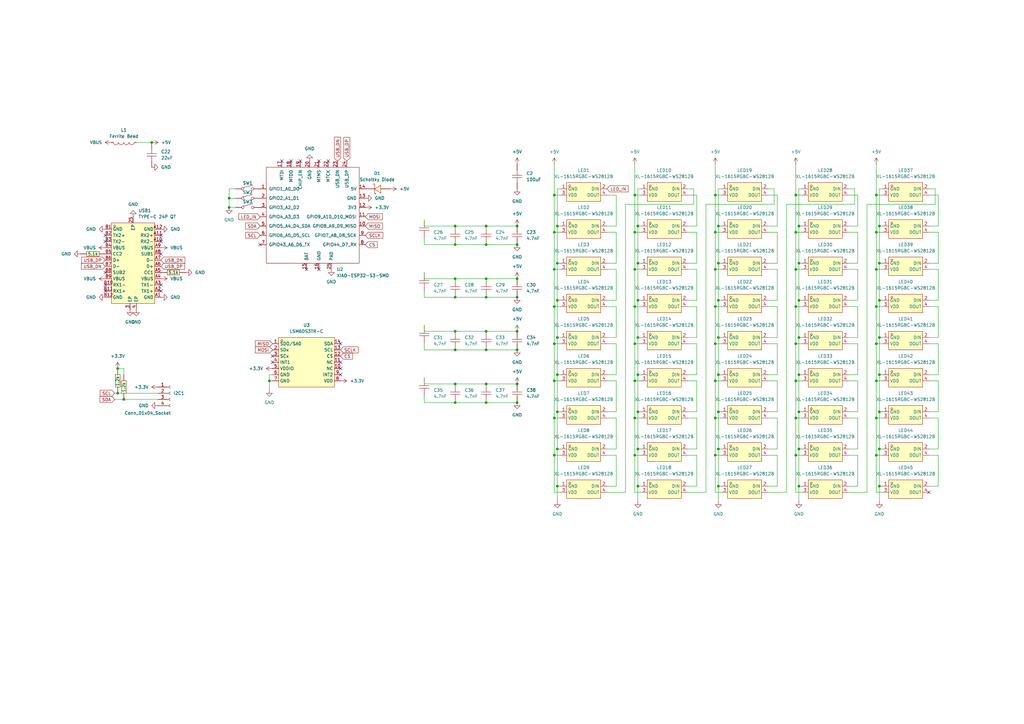
<source format=kicad_sch>
(kicad_sch (version 20250114) (generator "eeschema") (generator_version "9.0")
  (paper "A3")
  (title_block (title "Pixeldust") (date "2025-04-05") (rev "0"))
  (lib_symbols
    (symbol "Connector:Conn_01x04_Socket" (pin_names (offset 1.016) (hide yes))
      (property "Reference" "J" (at 0 5.08 0))
      (property "Value" "Conn_01x04_Socket" (at 0 -7.62 0))
      (symbol "Conn_01x04_Socket_1_1"
        (pin passive line (at -5.08 2.54 0) (length 3.81) (name "Pin_1") (number "1"))
        (pin passive line (at -5.08 0 0) (length 3.81) (name "Pin_2") (number "2"))
        (pin passive line (at -5.08 -2.54 0) (length 3.81) (name "Pin_3") (number "3"))
        (pin passive line (at -5.08 -5.08 0) (length 3.81) (name "Pin_4") (number "4"))
      )
    )
    (symbol "Seeed Studio XIAO Series Library:XIAO-ESP32-S3-SMD" (pin_names (offset 1.016))
      (property "Reference" "U" (at -18.542 23.114 0))
      (property "Value" "XIAO-ESP32-S3-SMD" (at -8.382 21.336 0))
      (symbol "XIAO-ESP32-S3-SMD_1_1"
        (pin passive line (at -21.59 11.43 0) (length 2.54) (name "GPIO1_A0_D0") (number "1"))
        (pin passive line (at -21.59 7.62 0) (length 2.54) (name "GPIO2_A1_D1") (number "2"))
        (pin passive line (at -21.59 3.81 0) (length 2.54) (name "GPIO3_A2_D2") (number "3"))
        (pin passive line (at -21.59 0 0) (length 2.54) (name "GPIO4_A3_D3") (number "4"))
        (pin passive line (at -21.59 -3.81 0) (length 2.54) (name "GPIO5_A4_D4_SDA") (number "5"))
        (pin passive line (at -21.59 -7.62 0) (length 2.54) (name "GPIO6_A5_D5_SCL") (number "6"))
        (pin passive line (at -21.59 -11.43 0) (length 2.54) (name "GPIO43_A6_D6_TX") (number "7"))
        (pin passive line (at -12.7 22.86 270) (length 2.54) (name "MTDI") (number "17"))
        (pin passive line (at -8.89 22.86 270) (length 2.54) (name "MTDO") (number "18"))
        (pin passive line (at -5.08 22.86 270) (length 2.54) (name "CHIP_EN") (number "19"))
        (pin passive line (at -2.54 -21.59 90) (length 2.54) (name "BAT") (number "15"))
        (pin passive line (at -1.27 22.86 270) (length 2.54) (name "GND") (number "20"))
        (pin passive line (at 2.54 22.86 270) (length 2.54) (name "MTMS") (number "21"))
        (pin passive line (at 2.54 -21.59 90) (length 2.54) (name "GND") (number "16"))
        (pin passive line (at 6.35 22.86 270) (length 2.54) (name "MTCK") (number "22"))
        (pin passive line (at 7.62 -21.59 90) (length 2.54) (name "PAD") (number "25"))
        (pin passive line (at 10.16 22.86 270) (length 2.54) (name "USB_DN") (number "23"))
        (pin passive line (at 13.97 22.86 270) (length 2.54) (name "USB_DP") (number "24"))
        (pin passive line (at 21.59 11.43 180) (length 2.54) (name "5V") (number "14"))
        (pin passive line (at 21.59 7.62 180) (length 2.54) (name "GND") (number "13"))
        (pin passive line (at 21.59 3.81 180) (length 2.54) (name "3V3") (number "12"))
        (pin passive line (at 21.59 0 180) (length 2.54) (name "GPIO9_A10_D10_MOSI") (number "11"))
        (pin passive line (at 21.59 -3.81 180) (length 2.54) (name "GPIO8_A9_D9_MISO") (number "10"))
        (pin passive line (at 21.59 -7.62 180) (length 2.54) (name "GPIO7_A8_D8_SCK") (number "9"))
        (pin passive line (at 21.59 -11.43 180) (length 2.54) (name "GPIO44_D7_RX") (number "8"))
      )
    )
    (symbol "easyeda:0603WAF5101T5E" (pin_numbers (hide yes)) (pin_names (hide yes))
      (property "Reference" "R" (at 0 5.08 0))
      (property "Value" "0603WAF5101T5E" (at 0 -5.08 0))
      (symbol "0603WAF5101T5E_0_1"
        (pin input line (at -5.08 0 0) (length 2.54) (name "1") (number "1"))
        (pin input line (at 5.08 0 180) (length 2.54) (name "2") (number "2"))
      )
    )
    (symbol "easyeda:BLM18PG121SN1D_C14709" (pin_numbers (hide yes)) (pin_names (hide yes))
      (property "Reference" "L" (at 0 5.08 0))
      (property "Value" "BLM18PG121SN1D_C14709" (at 0 -5.08 0))
      (symbol "BLM18PG121SN1D_C14709_0_1"
        (pin unspecified line (at -5.08 0 0) (length 0.762) (name "1") (number "1"))
        (pin unspecified line (at 5.08 0 180) (length 0.762) (name "2") (number "2"))
      )
    )
    (symbol "easyeda:CC0603KRX7R9BB472" (pin_numbers (hide yes)) (pin_names (hide yes))
      (property "Reference" "C" (at 0 5.08 0))
      (property "Value" "CC0603KRX7R9BB472" (at 0 -5.08 0))
      (symbol "CC0603KRX7R9BB472_0_1"
        (pin input line (at -3.81 0 0) (length 2.54) (name "1") (number "1"))
        (pin input line (at 3.81 0 180) (length 2.54) (name "2") (number "2"))
      )
    )
    (symbol "easyeda:CL10A226MQ8NRNC" (pin_numbers (hide yes)) (pin_names (hide yes))
      (property "Reference" "C" (at 0 5.08 0))
      (property "Value" "CL10A226MQ8NRNC" (at 0 -5.08 0))
      (symbol "CL10A226MQ8NRNC_0_1"
        (pin unspecified line (at -5.08 0 0) (length 2.54) (name "1") (number "1"))
        (pin unspecified line (at 5.08 0 180) (length 2.54) (name "2") (number "2"))
      )
    )
    (symbol "easyeda:HGC1206R5107M100NSPJ" (pin_numbers (hide yes)) (pin_names (hide yes))
      (property "Reference" "C" (at 0 5.08 0))
      (property "Value" "HGC1206R5107M100NSPJ" (at 0 -5.08 0))
      (symbol "HGC1206R5107M100NSPJ_0_1"
        (pin unspecified line (at -5.08 0 0) (length 2.54) (name "1") (number "1"))
        (pin unspecified line (at 5.08 0 180) (length 2.54) (name "2") (number "2"))
      )
    )
    (symbol "easyeda:LSM6DS3TR-C"
      (property "Reference" "U" (at 0 12.7 0))
      (property "Value" "LSM6DS3TR-C" (at 0 -12.7 0))
      (symbol "LSM6DS3TR-C_0_1"
        (pin unspecified line (at -13.97 7.62 0) (length 2.54) (name "SDO/SA0") (number "1"))
        (pin unspecified line (at -13.97 5.08 0) (length 2.54) (name "SDx") (number "2"))
        (pin unspecified line (at -13.97 2.54 0) (length 2.54) (name "SCx") (number "3"))
        (pin unspecified line (at -13.97 0 0) (length 2.54) (name "INT1") (number "4"))
        (pin unspecified line (at -13.97 -2.54 0) (length 2.54) (name "VDDIO") (number "5"))
        (pin unspecified line (at -13.97 -5.08 0) (length 2.54) (name "GND") (number "6"))
        (pin unspecified line (at -13.97 -7.62 0) (length 2.54) (name "GND") (number "7"))
        (pin unspecified line (at 13.97 7.62 180) (length 2.54) (name "SDA") (number "14"))
        (pin unspecified line (at 13.97 5.08 180) (length 2.54) (name "SCL") (number "13"))
        (pin unspecified line (at 13.97 2.54 180) (length 2.54) (name "CS") (number "12"))
        (pin unspecified line (at 13.97 0 180) (length 2.54) (name "NC") (number "11"))
        (pin unspecified line (at 13.97 -2.54 180) (length 2.54) (name "NC") (number "10"))
        (pin unspecified line (at 13.97 -5.08 180) (length 2.54) (name "INT2") (number "9"))
        (pin unspecified line (at 13.97 -7.62 180) (length 2.54) (name "VDD") (number "8"))
      )
    )
    (symbol "easyeda:RC0603FR-071K2L" (pin_numbers (hide yes)) (pin_names (hide yes))
      (property "Reference" "R" (at 0 5.08 0))
      (property "Value" "RC0603FR-071K2L" (at 0 -5.08 0))
      (symbol "RC0603FR-071K2L_0_1"
        (pin input line (at -5.08 0 0) (length 2.54) (name "1") (number "1"))
        (pin input line (at 5.08 0 180) (length 2.54) (name "2") (number "2"))
      )
    )
    (symbol "easyeda:SS34_C8678" (pin_numbers (hide yes)) (pin_names (hide yes))
      (property "Reference" "D" (at 0 5.08 0))
      (property "Value" "SS34_C8678" (at 0 -5.08 0))
      (symbol "SS34_C8678_0_1"
        (pin unspecified line (at -5.08 0 0) (length 3.81) (name "K") (number "1"))
        (pin unspecified line (at 5.08 0 180) (length 3.81) (name "A") (number "2"))
      )
    )
    (symbol "easyeda:TS342A2P-WZ" (pin_numbers (hide yes)) (pin_names (hide yes))
      (property "Reference" "SW" (at 0 5.08 0))
      (property "Value" "TS342A2P-WZ" (at 0 -5.08 0))
      (symbol "TS342A2P-WZ_0_1"
        (pin unspecified line (at -5.08 0 0) (length 2.54) (name "1") (number "1"))
        (pin unspecified line (at 5.08 0 180) (length 2.54) (name "2") (number "2"))
      )
    )
    (symbol "easyeda:TYPE-C24PQT"
      (property "Reference" "USB" (at 0 24.13 0))
      (property "Value" "TYPE-C 24P QT" (at 0 -24.13 0))
      (symbol "TYPE-C24PQT_0_1"
        (pin unspecified line (at -11.43 13.97 0) (length 2.54) (name "GND") (number "B1"))
        (pin unspecified line (at -11.43 11.43 0) (length 2.54) (name "TX2+") (number "B2"))
        (pin unspecified line (at -11.43 8.89 0) (length 2.54) (name "TX2-") (number "B3"))
        (pin unspecified line (at -11.43 6.35 0) (length 2.54) (name "VBUS") (number "B4"))
        (pin unspecified line (at -11.43 3.81 0) (length 2.54) (name "CC2") (number "B5"))
        (pin unspecified line (at -11.43 1.27 0) (length 2.54) (name "D+") (number "B6"))
        (pin unspecified line (at -11.43 -1.27 0) (length 2.54) (name "D-") (number "B7"))
        (pin unspecified line (at -11.43 -3.81 0) (length 2.54) (name "SUB2") (number "B8"))
        (pin unspecified line (at -11.43 -6.35 0) (length 2.54) (name "VBUS") (number "B9"))
        (pin unspecified line (at -11.43 -8.89 0) (length 2.54) (name "RX1-") (number "B10"))
        (pin unspecified line (at -11.43 -11.43 0) (length 2.54) (name "RX1+") (number "B11"))
        (pin unspecified line (at -11.43 -13.97 0) (length 2.54) (name "GND") (number "B12"))
        (pin unspecified line (at -1.27 -19.05 90) (length 2.54) (name "EP") (number "3"))
        (pin unspecified line (at 0 19.05 270) (length 2.54) (name "EP") (number "25"))
        (pin unspecified line (at 1.27 -19.05 90) (length 2.54) (name "EP") (number "4"))
        (pin unspecified line (at 11.43 13.97 180) (length 2.54) (name "GND") (number "A12"))
        (pin unspecified line (at 11.43 11.43 180) (length 2.54) (name "RX2+") (number "A11"))
        (pin unspecified line (at 11.43 8.89 180) (length 2.54) (name "RX2-") (number "A10"))
        (pin unspecified line (at 11.43 6.35 180) (length 2.54) (name "VBUS") (number "A9"))
        (pin unspecified line (at 11.43 3.81 180) (length 2.54) (name "SUB1") (number "A8"))
        (pin unspecified line (at 11.43 1.27 180) (length 2.54) (name "D-") (number "A7"))
        (pin unspecified line (at 11.43 -1.27 180) (length 2.54) (name "D+") (number "A6"))
        (pin unspecified line (at 11.43 -3.81 180) (length 2.54) (name "CC1") (number "A5"))
        (pin unspecified line (at 11.43 -6.35 180) (length 2.54) (name "VBUS") (number "A4"))
        (pin unspecified line (at 11.43 -8.89 180) (length 2.54) (name "TX1-") (number "A3"))
        (pin unspecified line (at 11.43 -11.43 180) (length 2.54) (name "TX1+") (number "A2"))
        (pin unspecified line (at 11.43 -13.97 180) (length 2.54) (name "GND") (number "A1"))
      )
    )
    (symbol "easyeda:XL-1615RGBC-WS2812B"
      (property "Reference" "LED" (at 0 6.35 0))
      (property "Value" "XL-1615RGBC-WS2812B" (at 0 -6.35 0))
      (symbol "XL-1615RGBC-WS2812B_0_1"
        (pin unspecified line (at -8.89 1.27 0) (length 2.54) (name "GND") (number "1"))
        (pin unspecified line (at -8.89 -1.27 0) (length 2.54) (name "VDD") (number "3"))
        (pin unspecified line (at 10.16 1.27 180) (length 2.54) (name "DIN") (number "2"))
        (pin unspecified line (at 10.16 -1.27 180) (length 2.54) (name "DOUT") (number "4"))
      )
    )
    (symbol "power:+3.3V" (power) (pin_numbers (hide yes)) (pin_names (offset 0) (hide yes))
      (property "Value" "+3.3V" (at 0 3.556 0))
      (symbol "+3.3V_1_1"
        (pin power_in line (at 0 0 90) (length 0) (name "~") (number "1"))
      )
    )
    (symbol "power:+5V" (power) (pin_numbers (hide yes)) (pin_names (offset 0) (hide yes))
      (property "Value" "+5V" (at 0 3.556 0))
      (symbol "+5V_1_1"
        (pin power_in line (at 0 0 90) (length 0) (name "~") (number "1"))
      )
    )
    (symbol "power:GND" (power) (pin_numbers (hide yes)) (pin_names (offset 0) (hide yes))
      (property "Value" "GND" (at 0 -3.81 0))
      (symbol "GND_1_1"
        (pin power_in line (at 0 0 270) (length 0) (name "~") (number "1"))
      )
    )
    (symbol "power:VBUS" (power) (pin_numbers (hide yes)) (pin_names (offset 0) (hide yes))
      (property "Value" "VBUS" (at 0 3.556 0))
      (symbol "VBUS_1_1"
        (pin power_in line (at 0 0 90) (length 0) (name "~") (number "1"))
      )
    )
  )
  (junction (at 227.33 156.21))
  (junction (at 326.39 95.25))
  (junction (at 261.62 153.67))
  (junction (at 327.66 138.43))
  (junction (at 228.6 184.15))
  (junction (at 261.62 92.71))
  (junction (at 294.64 199.39))
  (junction (at 293.37 125.73))
  (junction (at 260.35 186.69))
  (junction (at 186.69 165.1))
  (junction (at 360.68 153.67))
  (junction (at 260.35 171.45))
  (junction (at 360.68 168.91))
  (junction (at 294.64 123.19))
  (junction (at 360.68 123.19))
  (junction (at 228.6 123.19))
  (junction (at 50.8 163.83))
  (junction (at 327.66 199.39))
  (junction (at 326.39 186.69))
  (junction (at 260.35 156.21))
  (junction (at 327.66 168.91))
  (junction (at 261.62 107.95))
  (junction (at 294.64 168.91))
  (junction (at 227.33 186.69))
  (junction (at 199.39 121.92))
  (junction (at 359.41 140.97))
  (junction (at 228.6 168.91))
  (junction (at 62.23 58.42))
  (junction (at 199.39 165.1))
  (junction (at 260.35 140.97))
  (junction (at 359.41 156.21))
  (junction (at 293.37 140.97))
  (junction (at 293.37 186.69))
  (junction (at 327.66 153.67))
  (junction (at 294.64 184.15))
  (junction (at 212.09 100.33))
  (junction (at 294.64 138.43))
  (junction (at 186.69 157.48))
  (junction (at 260.35 125.73))
  (junction (at 260.35 110.49))
  (junction (at 212.09 135.89))
  (junction (at 199.39 92.71))
  (junction (at 227.33 80.01))
  (junction (at 326.39 140.97))
  (junction (at 228.6 92.71))
  (junction (at 293.37 156.21))
  (junction (at 227.33 125.73))
  (junction (at 260.35 95.25))
  (junction (at 359.41 171.45))
  (junction (at 293.37 80.01))
  (junction (at 360.68 184.15))
  (junction (at 327.66 92.71))
  (junction (at 261.62 123.19))
  (junction (at 326.39 125.73))
  (junction (at 199.39 114.3))
  (junction (at 227.33 110.49))
  (junction (at 360.68 138.43))
  (junction (at 212.09 165.1))
  (junction (at 359.41 186.69))
  (junction (at 199.39 157.48))
  (junction (at 186.69 92.71))
  (junction (at 212.09 92.71))
  (junction (at 294.64 107.95))
  (junction (at 360.68 107.95))
  (junction (at 93.98 81.28))
  (junction (at 212.09 143.51))
  (junction (at 212.09 157.48))
  (junction (at 212.09 121.92))
  (junction (at 293.37 171.45))
  (junction (at 359.41 110.49))
  (junction (at 227.33 140.97))
  (junction (at 227.33 95.25))
  (junction (at 199.39 135.89))
  (junction (at 186.69 121.92))
  (junction (at 261.62 184.15))
  (junction (at 199.39 143.51))
  (junction (at 228.6 199.39))
  (junction (at 293.37 110.49))
  (junction (at 260.35 80.01))
  (junction (at 293.37 95.25))
  (junction (at 326.39 80.01))
  (junction (at 199.39 100.33))
  (junction (at 294.64 153.67))
  (junction (at 261.62 138.43))
  (junction (at 186.69 114.3))
  (junction (at 212.09 114.3))
  (junction (at 359.41 80.01))
  (junction (at 261.62 168.91))
  (junction (at 359.41 125.73))
  (junction (at 186.69 143.51))
  (junction (at 110.49 156.21))
  (junction (at 48.26 161.29))
  (junction (at 228.6 107.95))
  (junction (at 327.66 123.19))
  (junction (at 93.98 85.09))
  (junction (at 326.39 171.45))
  (junction (at 360.68 199.39))
  (junction (at 326.39 156.21))
  (junction (at 294.64 92.71))
  (junction (at 186.69 100.33))
  (junction (at 326.39 110.49))
  (junction (at 360.68 92.71))
  (junction (at 48.26 151.13))
  (junction (at 228.6 138.43))
  (junction (at 261.62 199.39))
  (junction (at 186.69 135.89))
  (junction (at 359.41 95.25))
  (junction (at 228.6 153.67))
  (junction (at 227.33 171.45))
  (junction (at 327.66 107.95))
  (junction (at 327.66 184.15))
  (no_connect (at 130.81 110.49))
  (no_connect (at 130.81 66.04))
  (no_connect (at 66.04 119.38))
  (no_connect (at 66.04 116.84))
  (no_connect (at 139.7 153.67))
  (no_connect (at 125.73 110.49))
  (no_connect (at 123.19 66.04))
  (no_connect (at 43.18 111.76))
  (no_connect (at 139.7 151.13))
  (no_connect (at 106.68 100.33))
  (no_connect (at 66.04 96.52))
  (no_connect (at 115.57 66.04))
  (no_connect (at 134.62 66.04))
  (no_connect (at 119.38 66.04))
  (no_connect (at 43.18 116.84))
  (no_connect (at 43.18 99.06))
  (no_connect (at 111.76 146.05))
  (no_connect (at 43.18 96.52))
  (no_connect (at 66.04 99.06))
  (no_connect (at 111.76 148.59))
  (no_connect (at 139.7 148.59))
  (no_connect (at 43.18 119.38))
  (no_connect (at 139.7 140.97))
  (no_connect (at 66.04 104.14))
  (no_connect (at 381 201.93))
  (wire (pts (xy 294.64 107.95) (xy 295.91 107.95)))
  (wire (pts (xy 50.8 163.83) (xy 64.77 163.83)))
  (wire (pts (xy 293.37 110.49) (xy 293.37 125.73)))
  (wire (pts (xy 281.94 80.01) (xy 285.75 80.01)))
  (wire (pts (xy 360.68 168.91) (xy 360.68 153.67)))
  (wire (pts (xy 227.33 186.69) (xy 229.87 186.69)))
  (wire (pts (xy 294.64 199.39) (xy 295.91 199.39)))
  (wire (pts (xy 261.62 92.71) (xy 261.62 77.47)))
  (wire (pts (xy 359.41 95.25) (xy 361.95 95.25)))
  (wire (pts (xy 360.68 168.91) (xy 361.95 168.91)))
  (wire (pts (xy 93.98 77.47) (xy 93.98 81.28)))
  (wire (pts (xy 199.39 114.3) (xy 212.09 114.3)))
  (wire (pts (xy 260.35 80.01) (xy 262.89 80.01)))
  (wire (pts (xy 252.73 171.45) (xy 252.73 184.15)))
  (wire (pts (xy 199.39 100.33) (xy 212.09 100.33)))
  (wire (pts (xy 261.62 153.67) (xy 261.62 138.43)))
  (wire (pts (xy 314.96 171.45) (xy 318.77 171.45)))
  (wire (pts (xy 314.96 80.01) (xy 318.77 80.01)))
  (wire (pts (xy 359.41 186.69) (xy 361.95 186.69)))
  (wire (pts (xy 173.99 157.48) (xy 186.69 157.48)))
  (wire (pts (xy 384.81 95.25) (xy 384.81 107.95)))
  (wire (pts (xy 186.69 100.33) (xy 199.39 100.33)))
  (wire (pts (xy 260.35 156.21) (xy 262.89 156.21)))
  (wire (pts (xy 294.64 92.71) (xy 294.64 77.47)))
  (wire (pts (xy 347.98 186.69) (xy 351.79 186.69)))
  (wire (pts (xy 293.37 201.93) (xy 295.91 201.93)))
  (wire (pts (xy 285.75 153.67) (xy 281.94 153.67)))
  (wire (pts (xy 327.66 138.43) (xy 328.93 138.43)))
  (wire (pts (xy 383.54 83.82) (xy 383.54 77.47)))
  (wire (pts (xy 359.41 140.97) (xy 361.95 140.97)))
  (wire (pts (xy 381 125.73) (xy 384.81 125.73)))
  (wire (pts (xy 173.99 157.48) (xy 173.99 154.94)))
  (wire (pts (xy 384.81 199.39) (xy 381 199.39)))
  (wire (pts (xy 261.62 107.95) (xy 262.89 107.95)))
  (wire (pts (xy 228.6 153.67) (xy 229.87 153.67)))
  (wire (pts (xy 384.81 125.73) (xy 384.81 138.43)))
  (wire (pts (xy 351.79 199.39) (xy 347.98 199.39)))
  (wire (pts (xy 360.68 92.71) (xy 361.95 92.71)))
  (wire (pts (xy 294.64 153.67) (xy 294.64 138.43)))
  (wire (pts (xy 285.75 199.39) (xy 281.94 199.39)))
  (wire (pts (xy 199.39 157.48) (xy 212.09 157.48)))
  (wire (pts (xy 347.98 110.49) (xy 351.79 110.49)))
  (wire (pts (xy 347.98 125.73) (xy 351.79 125.73)))
  (wire (pts (xy 318.77 156.21) (xy 318.77 168.91)))
  (wire (pts (xy 252.73 184.15) (xy 248.92 184.15)))
  (wire (pts (xy 186.69 143.51) (xy 199.39 143.51)))
  (wire (pts (xy 384.81 123.19) (xy 381 123.19)))
  (wire (pts (xy 46.99 161.29) (xy 48.26 161.29)))
  (wire (pts (xy 317.5 77.47) (xy 314.96 77.47)))
  (wire (pts (xy 347.98 156.21) (xy 351.79 156.21)))
  (wire (pts (xy 261.62 77.47) (xy 262.89 77.47)))
  (wire (pts (xy 227.33 201.93) (xy 229.87 201.93)))
  (wire (pts (xy 293.37 95.25) (xy 293.37 110.49)))
  (wire (pts (xy 186.69 135.89) (xy 199.39 135.89)))
  (wire (pts (xy 261.62 205.74) (xy 261.62 199.39)))
  (wire (pts (xy 261.62 123.19) (xy 261.62 107.95)))
  (wire (pts (xy 252.73 138.43) (xy 248.92 138.43)))
  (wire (pts (xy 351.79 80.01) (xy 351.79 92.71)))
  (wire (pts (xy 173.99 114.3) (xy 173.99 111.76)))
  (wire (pts (xy 285.75 140.97) (xy 285.75 153.67)))
  (wire (pts (xy 318.77 171.45) (xy 318.77 184.15)))
  (wire (pts (xy 351.79 140.97) (xy 351.79 153.67)))
  (wire (pts (xy 322.58 83.82) (xy 350.52 83.82)))
  (wire (pts (xy 360.68 153.67) (xy 360.68 138.43)))
  (wire (pts (xy 260.35 156.21) (xy 260.35 171.45)))
  (wire (pts (xy 326.39 67.31) (xy 326.39 80.01)))
  (wire (pts (xy 248.92 125.73) (xy 252.73 125.73)))
  (wire (pts (xy 252.73 123.19) (xy 248.92 123.19)))
  (wire (pts (xy 252.73 110.49) (xy 252.73 123.19)))
  (wire (pts (xy 281.94 95.25) (xy 285.75 95.25)))
  (wire (pts (xy 293.37 171.45) (xy 295.91 171.45)))
  (wire (pts (xy 252.73 95.25) (xy 252.73 107.95)))
  (wire (pts (xy 326.39 201.93) (xy 328.93 201.93)))
  (wire (pts (xy 281.94 140.97) (xy 285.75 140.97)))
  (wire (pts (xy 248.92 171.45) (xy 252.73 171.45)))
  (wire (pts (xy 384.81 140.97) (xy 384.81 153.67)))
  (wire (pts (xy 256.54 83.82) (xy 284.48 83.82)))
  (wire (pts (xy 327.66 123.19) (xy 327.66 107.95)))
  (wire (pts (xy 186.69 121.92) (xy 199.39 121.92)))
  (wire (pts (xy 260.35 95.25) (xy 260.35 110.49)))
  (wire (pts (xy 285.75 125.73) (xy 285.75 138.43)))
  (wire (pts (xy 318.77 186.69) (xy 318.77 199.39)))
  (wire (pts (xy 110.49 153.67) (xy 110.49 156.21)))
  (wire (pts (xy 173.99 135.89) (xy 173.99 133.35)))
  (wire (pts (xy 326.39 156.21) (xy 328.93 156.21)))
  (wire (pts (xy 93.98 81.28) (xy 93.98 85.09)))
  (wire (pts (xy 351.79 95.25) (xy 351.79 107.95)))
  (wire (pts (xy 351.79 171.45) (xy 351.79 184.15)))
  (wire (pts (xy 260.35 110.49) (xy 260.35 125.73)))
  (wire (pts (xy 260.35 67.31) (xy 260.35 80.01)))
  (wire (pts (xy 318.77 80.01) (xy 318.77 92.71)))
  (wire (pts (xy 293.37 156.21) (xy 293.37 171.45)))
  (wire (pts (xy 285.75 186.69) (xy 285.75 199.39)))
  (wire (pts (xy 381 186.69) (xy 384.81 186.69)))
  (wire (pts (xy 326.39 80.01) (xy 328.93 80.01)))
  (wire (pts (xy 360.68 77.47) (xy 361.95 77.47)))
  (wire (pts (xy 228.6 107.95) (xy 229.87 107.95)))
  (wire (pts (xy 260.35 171.45) (xy 260.35 186.69)))
  (wire (pts (xy 360.68 199.39) (xy 360.68 184.15)))
  (wire (pts (xy 327.66 199.39) (xy 328.93 199.39)))
  (wire (pts (xy 360.68 92.71) (xy 360.68 77.47)))
  (wire (pts (xy 252.73 107.95) (xy 248.92 107.95)))
  (wire (pts (xy 248.92 201.93) (xy 256.54 201.93)))
  (wire (pts (xy 285.75 171.45) (xy 285.75 184.15)))
  (wire (pts (xy 327.66 107.95) (xy 328.93 107.95)))
  (wire (pts (xy 360.68 184.15) (xy 361.95 184.15)))
  (wire (pts (xy 326.39 186.69) (xy 326.39 201.93)))
  (wire (pts (xy 260.35 110.49) (xy 262.89 110.49)))
  (wire (pts (xy 50.8 151.13) (xy 48.26 151.13)))
  (wire (pts (xy 248.92 80.01) (xy 252.73 80.01)))
  (wire (pts (xy 351.79 92.71) (xy 347.98 92.71)))
  (wire (pts (xy 173.99 100.33) (xy 173.99 97.79)))
  (wire (pts (xy 294.64 153.67) (xy 295.91 153.67)))
  (wire (pts (xy 359.41 201.93) (xy 361.95 201.93)))
  (wire (pts (xy 261.62 184.15) (xy 262.89 184.15)))
  (wire (pts (xy 294.64 138.43) (xy 295.91 138.43)))
  (wire (pts (xy 227.33 80.01) (xy 229.87 80.01)))
  (wire (pts (xy 326.39 140.97) (xy 326.39 156.21)))
  (wire (pts (xy 327.66 153.67) (xy 328.93 153.67)))
  (wire (pts (xy 318.77 140.97) (xy 318.77 153.67)))
  (wire (pts (xy 326.39 171.45) (xy 328.93 171.45)))
  (wire (pts (xy 318.77 125.73) (xy 318.77 138.43)))
  (wire (pts (xy 285.75 138.43) (xy 281.94 138.43)))
  (wire (pts (xy 261.62 199.39) (xy 261.62 184.15)))
  (wire (pts (xy 360.68 205.74) (xy 360.68 199.39)))
  (wire (pts (xy 326.39 125.73) (xy 328.93 125.73)))
  (wire (pts (xy 314.96 110.49) (xy 318.77 110.49)))
  (wire (pts (xy 228.6 107.95) (xy 228.6 92.71)))
  (wire (pts (xy 347.98 140.97) (xy 351.79 140.97)))
  (wire (pts (xy 260.35 201.93) (xy 262.89 201.93)))
  (wire (pts (xy 293.37 80.01) (xy 293.37 95.25)))
  (wire (pts (xy 359.41 95.25) (xy 359.41 110.49)))
  (wire (pts (xy 318.77 199.39) (xy 314.96 199.39)))
  (wire (pts (xy 351.79 138.43) (xy 347.98 138.43)))
  (wire (pts (xy 285.75 123.19) (xy 281.94 123.19)))
  (wire (pts (xy 248.92 156.21) (xy 252.73 156.21)))
  (wire (pts (xy 248.92 140.97) (xy 252.73 140.97)))
  (wire (pts (xy 252.73 92.71) (xy 248.92 92.71)))
  (wire (pts (xy 260.35 95.25) (xy 262.89 95.25)))
  (wire (pts (xy 173.99 114.3) (xy 186.69 114.3)))
  (wire (pts (xy 285.75 110.49) (xy 285.75 123.19)))
  (wire (pts (xy 318.77 138.43) (xy 314.96 138.43)))
  (wire (pts (xy 360.68 107.95) (xy 360.68 92.71)))
  (wire (pts (xy 381 156.21) (xy 384.81 156.21)))
  (wire (pts (xy 384.81 138.43) (xy 381 138.43)))
  (wire (pts (xy 317.5 83.82) (xy 317.5 77.47)))
  (wire (pts (xy 327.66 168.91) (xy 327.66 153.67)))
  (wire (pts (xy 228.6 184.15) (xy 228.6 168.91)))
  (wire (pts (xy 227.33 80.01) (xy 227.33 95.25)))
  (wire (pts (xy 293.37 125.73) (xy 295.91 125.73)))
  (wire (pts (xy 96.52 77.47) (xy 93.98 77.47)))
  (wire (pts (xy 228.6 92.71) (xy 228.6 77.47)))
  (wire (pts (xy 327.66 153.67) (xy 327.66 138.43)))
  (wire (pts (xy 199.39 92.71) (xy 212.09 92.71)))
  (wire (pts (xy 322.58 201.93) (xy 322.58 83.82)))
  (wire (pts (xy 227.33 156.21) (xy 229.87 156.21)))
  (wire (pts (xy 359.41 110.49) (xy 361.95 110.49)))
  (wire (pts (xy 227.33 156.21) (xy 227.33 171.45)))
  (wire (pts (xy 381 140.97) (xy 384.81 140.97)))
  (wire (pts (xy 359.41 110.49) (xy 359.41 125.73)))
  (wire (pts (xy 228.6 123.19) (xy 228.6 107.95)))
  (wire (pts (xy 359.41 186.69) (xy 359.41 201.93)))
  (wire (pts (xy 327.66 107.95) (xy 327.66 92.71)))
  (wire (pts (xy 293.37 67.31) (xy 293.37 80.01)))
  (wire (pts (xy 326.39 95.25) (xy 326.39 110.49)))
  (wire (pts (xy 227.33 171.45) (xy 227.33 186.69)))
  (wire (pts (xy 227.33 171.45) (xy 229.87 171.45)))
  (wire (pts (xy 199.39 121.92) (xy 212.09 121.92)))
  (wire (pts (xy 355.6 83.82) (xy 383.54 83.82)))
  (wire (pts (xy 173.99 143.51) (xy 173.99 140.97)))
  (wire (pts (xy 261.62 153.67) (xy 262.89 153.67)))
  (wire (pts (xy 359.41 171.45) (xy 359.41 186.69)))
  (wire (pts (xy 314.96 156.21) (xy 318.77 156.21)))
  (wire (pts (xy 351.79 186.69) (xy 351.79 199.39)))
  (wire (pts (xy 228.6 138.43) (xy 228.6 123.19)))
  (wire (pts (xy 228.6 123.19) (xy 229.87 123.19)))
  (wire (pts (xy 260.35 125.73) (xy 262.89 125.73)))
  (wire (pts (xy 110.49 160.02) (xy 110.49 156.21)))
  (wire (pts (xy 260.35 140.97) (xy 260.35 156.21)))
  (wire (pts (xy 173.99 143.51) (xy 186.69 143.51)))
  (wire (pts (xy 186.69 114.3) (xy 199.39 114.3)))
  (wire (pts (xy 293.37 125.73) (xy 293.37 140.97)))
  (wire (pts (xy 326.39 110.49) (xy 328.93 110.49)))
  (wire (pts (xy 360.68 123.19) (xy 360.68 107.95)))
  (wire (pts (xy 327.66 77.47) (xy 328.93 77.47)))
  (wire (pts (xy 281.94 110.49) (xy 285.75 110.49)))
  (wire (pts (xy 260.35 125.73) (xy 260.35 140.97)))
  (wire (pts (xy 347.98 201.93) (xy 355.6 201.93)))
  (wire (pts (xy 314.96 186.69) (xy 318.77 186.69)))
  (wire (pts (xy 384.81 80.01) (xy 384.81 92.71)))
  (wire (pts (xy 227.33 125.73) (xy 227.33 140.97)))
  (wire (pts (xy 359.41 125.73) (xy 359.41 140.97)))
  (wire (pts (xy 228.6 92.71) (xy 229.87 92.71)))
  (wire (pts (xy 327.66 199.39) (xy 327.66 184.15)))
  (wire (pts (xy 318.77 153.67) (xy 314.96 153.67)))
  (wire (pts (xy 351.79 184.15) (xy 347.98 184.15)))
  (wire (pts (xy 261.62 138.43) (xy 262.89 138.43)))
  (wire (pts (xy 173.99 121.92) (xy 186.69 121.92)))
  (wire (pts (xy 293.37 171.45) (xy 293.37 186.69)))
  (wire (pts (xy 351.79 123.19) (xy 347.98 123.19)))
  (wire (pts (xy 252.73 80.01) (xy 252.73 92.71)))
  (wire (pts (xy 350.52 77.47) (xy 347.98 77.47)))
  (wire (pts (xy 294.64 205.74) (xy 294.64 199.39)))
  (wire (pts (xy 252.73 156.21) (xy 252.73 168.91)))
  (wire (pts (xy 281.94 201.93) (xy 289.56 201.93)))
  (wire (pts (xy 326.39 95.25) (xy 328.93 95.25)))
  (wire (pts (xy 285.75 80.01) (xy 285.75 92.71)))
  (wire (pts (xy 294.64 92.71) (xy 295.91 92.71)))
  (wire (pts (xy 228.6 153.67) (xy 228.6 138.43)))
  (wire (pts (xy 360.68 184.15) (xy 360.68 168.91)))
  (wire (pts (xy 359.41 125.73) (xy 361.95 125.73)))
  (wire (pts (xy 314.96 95.25) (xy 318.77 95.25)))
  (wire (pts (xy 384.81 168.91) (xy 381 168.91)))
  (wire (pts (xy 326.39 186.69) (xy 328.93 186.69)))
  (wire (pts (xy 294.64 184.15) (xy 294.64 168.91)))
  (wire (pts (xy 314.96 125.73) (xy 318.77 125.73)))
  (wire (pts (xy 173.99 92.71) (xy 173.99 90.17)))
  (wire (pts (xy 294.64 138.43) (xy 294.64 123.19)))
  (wire (pts (xy 318.77 168.91) (xy 314.96 168.91)))
  (wire (pts (xy 318.77 110.49) (xy 318.77 123.19)))
  (wire (pts (xy 55.88 58.42) (xy 62.23 58.42)))
  (wire (pts (xy 260.35 80.01) (xy 260.35 95.25)))
  (wire (pts (xy 261.62 168.91) (xy 262.89 168.91)))
  (wire (pts (xy 261.62 123.19) (xy 262.89 123.19)))
  (wire (pts (xy 228.6 199.39) (xy 229.87 199.39)))
  (wire (pts (xy 173.99 100.33) (xy 186.69 100.33)))
  (wire (pts (xy 351.79 153.67) (xy 347.98 153.67)))
  (wire (pts (xy 384.81 186.69) (xy 384.81 199.39)))
  (wire (pts (xy 248.92 110.49) (xy 252.73 110.49)))
  (wire (pts (xy 284.48 83.82) (xy 284.48 77.47)))
  (wire (pts (xy 281.94 171.45) (xy 285.75 171.45)))
  (wire (pts (xy 227.33 67.31) (xy 227.33 80.01)))
  (wire (pts (xy 285.75 168.91) (xy 281.94 168.91)))
  (wire (pts (xy 347.98 80.01) (xy 351.79 80.01)))
  (wire (pts (xy 227.33 95.25) (xy 227.33 110.49)))
  (wire (pts (xy 384.81 153.67) (xy 381 153.67)))
  (wire (pts (xy 199.39 165.1) (xy 212.09 165.1)))
  (wire (pts (xy 228.6 138.43) (xy 229.87 138.43)))
  (wire (pts (xy 285.75 156.21) (xy 285.75 168.91)))
  (wire (pts (xy 261.62 107.95) (xy 261.62 92.71)))
  (wire (pts (xy 293.37 186.69) (xy 295.91 186.69)))
  (wire (pts (xy 384.81 156.21) (xy 384.81 168.91)))
  (wire (pts (xy 327.66 205.74) (xy 327.66 199.39)))
  (wire (pts (xy 360.68 107.95) (xy 361.95 107.95)))
  (wire (pts (xy 381 95.25) (xy 384.81 95.25)))
  (wire (pts (xy 227.33 125.73) (xy 229.87 125.73)))
  (wire (pts (xy 360.68 153.67) (xy 361.95 153.67)))
  (wire (pts (xy 327.66 92.71) (xy 328.93 92.71)))
  (wire (pts (xy 384.81 107.95) (xy 381 107.95)))
  (wire (pts (xy 281.94 156.21) (xy 285.75 156.21)))
  (wire (pts (xy 285.75 95.25) (xy 285.75 107.95)))
  (wire (pts (xy 318.77 107.95) (xy 314.96 107.95)))
  (wire (pts (xy 359.41 156.21) (xy 359.41 171.45)))
  (wire (pts (xy 351.79 125.73) (xy 351.79 138.43)))
  (wire (pts (xy 293.37 80.01) (xy 295.91 80.01)))
  (wire (pts (xy 384.81 171.45) (xy 384.81 184.15)))
  (wire (pts (xy 318.77 95.25) (xy 318.77 107.95)))
  (wire (pts (xy 281.94 125.73) (xy 285.75 125.73)))
  (wire (pts (xy 261.62 184.15) (xy 261.62 168.91)))
  (wire (pts (xy 289.56 201.93) (xy 289.56 83.82)))
  (wire (pts (xy 186.69 92.71) (xy 199.39 92.71)))
  (wire (pts (xy 384.81 184.15) (xy 381 184.15)))
  (wire (pts (xy 294.64 184.15) (xy 295.91 184.15)))
  (wire (pts (xy 359.41 156.21) (xy 361.95 156.21)))
  (wire (pts (xy 173.99 135.89) (xy 186.69 135.89)))
  (wire (pts (xy 261.62 92.71) (xy 262.89 92.71)))
  (wire (pts (xy 326.39 80.01) (xy 326.39 95.25)))
  (wire (pts (xy 227.33 186.69) (xy 227.33 201.93)))
  (wire (pts (xy 199.39 143.51) (xy 212.09 143.51)))
  (wire (pts (xy 252.73 199.39) (xy 248.92 199.39)))
  (wire (pts (xy 294.64 77.47) (xy 295.91 77.47)))
  (wire (pts (xy 252.73 140.97) (xy 252.73 153.67)))
  (wire (pts (xy 285.75 107.95) (xy 281.94 107.95)))
  (wire (pts (xy 252.73 186.69) (xy 252.73 199.39)))
  (wire (pts (xy 327.66 138.43) (xy 327.66 123.19)))
  (wire (pts (xy 289.56 83.82) (xy 317.5 83.82)))
  (wire (pts (xy 327.66 123.19) (xy 328.93 123.19)))
  (wire (pts (xy 359.41 80.01) (xy 359.41 95.25)))
  (wire (pts (xy 252.73 125.73) (xy 252.73 138.43)))
  (wire (pts (xy 359.41 80.01) (xy 361.95 80.01)))
  (wire (pts (xy 248.92 95.25) (xy 252.73 95.25)))
  (wire (pts (xy 355.6 201.93) (xy 355.6 83.82)))
  (wire (pts (xy 318.77 92.71) (xy 314.96 92.71)))
  (wire (pts (xy 384.81 110.49) (xy 384.81 123.19)))
  (wire (pts (xy 327.66 168.91) (xy 328.93 168.91)))
  (wire (pts (xy 360.68 138.43) (xy 361.95 138.43)))
  (wire (pts (xy 351.79 156.21) (xy 351.79 168.91)))
  (wire (pts (xy 381 171.45) (xy 384.81 171.45)))
  (wire (pts (xy 314.96 201.93) (xy 322.58 201.93)))
  (wire (pts (xy 294.64 123.19) (xy 295.91 123.19)))
  (wire (pts (xy 326.39 110.49) (xy 326.39 125.73)))
  (wire (pts (xy 261.62 138.43) (xy 261.62 123.19)))
  (wire (pts (xy 294.64 168.91) (xy 295.91 168.91)))
  (wire (pts (xy 293.37 186.69) (xy 293.37 201.93)))
  (wire (pts (xy 50.8 153.67) (xy 50.8 151.13)))
  (wire (pts (xy 318.77 123.19) (xy 314.96 123.19)))
  (wire (pts (xy 228.6 205.74) (xy 228.6 199.39)))
  (wire (pts (xy 294.64 107.95) (xy 294.64 92.71)))
  (wire (pts (xy 256.54 201.93) (xy 256.54 83.82)))
  (wire (pts (xy 227.33 140.97) (xy 227.33 156.21)))
  (wire (pts (xy 381 110.49) (xy 384.81 110.49)))
  (wire (pts (xy 359.41 171.45) (xy 361.95 171.45)))
  (wire (pts (xy 351.79 107.95) (xy 347.98 107.95)))
  (wire (pts (xy 347.98 171.45) (xy 351.79 171.45)))
  (wire (pts (xy 351.79 168.91) (xy 347.98 168.91)))
  (wire (pts (xy 48.26 161.29) (xy 64.77 161.29)))
  (wire (pts (xy 318.77 184.15) (xy 314.96 184.15)))
  (wire (pts (xy 227.33 140.97) (xy 229.87 140.97)))
  (wire (pts (xy 326.39 156.21) (xy 326.39 171.45)))
  (wire (pts (xy 227.33 95.25) (xy 229.87 95.25)))
  (wire (pts (xy 327.66 92.71) (xy 327.66 77.47)))
  (wire (pts (xy 360.68 123.19) (xy 361.95 123.19)))
  (wire (pts (xy 294.64 168.91) (xy 294.64 153.67)))
  (wire (pts (xy 293.37 156.21) (xy 295.91 156.21)))
  (wire (pts (xy 228.6 168.91) (xy 229.87 168.91)))
  (wire (pts (xy 359.41 67.31) (xy 359.41 80.01)))
  (wire (pts (xy 326.39 125.73) (xy 326.39 140.97)))
  (wire (pts (xy 360.68 138.43) (xy 360.68 123.19)))
  (wire (pts (xy 294.64 123.19) (xy 294.64 107.95)))
  (wire (pts (xy 227.33 110.49) (xy 227.33 125.73)))
  (wire (pts (xy 327.66 184.15) (xy 328.93 184.15)))
  (wire (pts (xy 228.6 168.91) (xy 228.6 153.67)))
  (wire (pts (xy 293.37 140.97) (xy 293.37 156.21)))
  (wire (pts (xy 173.99 121.92) (xy 173.99 119.38)))
  (wire (pts (xy 93.98 81.28) (xy 96.52 81.28)))
  (wire (pts (xy 260.35 186.69) (xy 260.35 201.93)))
  (wire (pts (xy 284.48 77.47) (xy 281.94 77.47)))
  (wire (pts (xy 227.33 110.49) (xy 229.87 110.49)))
  (wire (pts (xy 260.35 186.69) (xy 262.89 186.69)))
  (wire (pts (xy 384.81 92.71) (xy 381 92.71)))
  (wire (pts (xy 351.79 110.49) (xy 351.79 123.19)))
  (wire (pts (xy 173.99 165.1) (xy 173.99 162.56)))
  (wire (pts (xy 383.54 77.47) (xy 381 77.47)))
  (wire (pts (xy 228.6 184.15) (xy 229.87 184.15)))
  (wire (pts (xy 252.73 168.91) (xy 248.92 168.91)))
  (wire (pts (xy 347.98 95.25) (xy 351.79 95.25)))
  (wire (pts (xy 294.64 199.39) (xy 294.64 184.15)))
  (wire (pts (xy 293.37 110.49) (xy 295.91 110.49)))
  (wire (pts (xy 261.62 199.39) (xy 262.89 199.39)))
  (wire (pts (xy 293.37 95.25) (xy 295.91 95.25)))
  (wire (pts (xy 359.41 140.97) (xy 359.41 156.21)))
  (wire (pts (xy 327.66 184.15) (xy 327.66 168.91)))
  (wire (pts (xy 350.52 83.82) (xy 350.52 77.47)))
  (wire (pts (xy 381 80.01) (xy 384.81 80.01)))
  (wire (pts (xy 293.37 140.97) (xy 295.91 140.97)))
  (wire (pts (xy 326.39 140.97) (xy 328.93 140.97)))
  (wire (pts (xy 110.49 156.21) (xy 111.76 156.21)))
  (wire (pts (xy 285.75 184.15) (xy 281.94 184.15)))
  (wire (pts (xy 314.96 140.97) (xy 318.77 140.97)))
  (wire (pts (xy 260.35 171.45) (xy 262.89 171.45)))
  (wire (pts (xy 173.99 165.1) (xy 186.69 165.1)))
  (wire (pts (xy 260.35 140.97) (xy 262.89 140.97)))
  (wire (pts (xy 261.62 168.91) (xy 261.62 153.67)))
  (wire (pts (xy 285.75 92.71) (xy 281.94 92.71)))
  (wire (pts (xy 281.94 186.69) (xy 285.75 186.69)))
  (wire (pts (xy 199.39 135.89) (xy 212.09 135.89)))
  (wire (pts (xy 228.6 77.47) (xy 229.87 77.47)))
  (wire (pts (xy 248.92 186.69) (xy 252.73 186.69)))
  (wire (pts (xy 252.73 153.67) (xy 248.92 153.67)))
  (wire (pts (xy 46.99 163.83) (xy 50.8 163.83)))
  (wire (pts (xy 326.39 171.45) (xy 326.39 186.69)))
  (wire (pts (xy 173.99 92.71) (xy 186.69 92.71)))
  (wire (pts (xy 93.98 85.09) (xy 96.52 85.09)))
  (wire (pts (xy 186.69 157.48) (xy 199.39 157.48)))
  (wire (pts (xy 360.68 199.39) (xy 361.95 199.39)))
  (wire (pts (xy 111.76 153.67) (xy 110.49 153.67)))
  (wire (pts (xy 186.69 165.1) (xy 199.39 165.1)))
  (wire (pts (xy 228.6 199.39) (xy 228.6 184.15)))
  (global_label "USB_DP" (shape input) (at 66.04 109.22 0) (property "Intersheetrefs" "${INTERSHEET_REFS}" (effects (hide yes))))
  (global_label "USB_DN" (shape input) (at 43.18 109.22 180) (property "Intersheetrefs" "${INTERSHEET_REFS}" (effects (hide yes))))
  (global_label "SDA" (shape input) (at 106.68 92.71 180) (property "Intersheetrefs" "${INTERSHEET_REFS}" (effects (hide yes))))
  (global_label "SCLK" (shape input) (at 139.7 143.51 0) (property "Intersheetrefs" "${INTERSHEET_REFS}" (effects (hide yes))))
  (global_label "LED_IN" (shape input) (at 106.68 88.9 180) (property "Intersheetrefs" "${INTERSHEET_REFS}" (effects (hide yes))))
  (global_label "MOSI" (shape input) (at 111.76 143.51 180) (property "Intersheetrefs" "${INTERSHEET_REFS}" (effects (hide yes))))
  (global_label "MISO" (shape input) (at 149.86 92.71 0) (property "Intersheetrefs" "${INTERSHEET_REFS}" (effects (hide yes))))
  (global_label "CS" (shape input) (at 139.7 146.05 0) (property "Intersheetrefs" "${INTERSHEET_REFS}" (effects (hide yes))))
  (global_label "USB_DP" (shape input) (at 43.18 106.68 180) (property "Intersheetrefs" "${INTERSHEET_REFS}" (effects (hide yes))))
  (global_label "SCLK" (shape input) (at 149.86 96.52 0) (property "Intersheetrefs" "${INTERSHEET_REFS}" (effects (hide yes))))
  (global_label "SCL" (shape input) (at 106.68 96.52 180) (property "Intersheetrefs" "${INTERSHEET_REFS}" (effects (hide yes))))
  (global_label "MISO" (shape input) (at 111.76 140.97 180) (property "Intersheetrefs" "${INTERSHEET_REFS}" (effects (hide yes))))
  (global_label "LED_IN" (shape input) (at 248.92 77.47 0) (property "Intersheetrefs" "${INTERSHEET_REFS}" (effects (hide yes))))
  (global_label "SDA" (shape input) (at 46.99 163.83 180) (property "Intersheetrefs" "${INTERSHEET_REFS}" (effects (hide yes))))
  (global_label "CS" (shape input) (at 149.86 100.33 0) (property "Intersheetrefs" "${INTERSHEET_REFS}" (effects (hide yes))))
  (global_label "USB_DN" (shape input) (at 66.04 106.68 0) (property "Intersheetrefs" "${INTERSHEET_REFS}" (effects (hide yes))))
  (global_label "USB_DN" (shape input) (at 138.43 66.04 90) (property "Intersheetrefs" "${INTERSHEET_REFS}" (effects (hide yes))))
  (global_label "USB_DP" (shape input) (at 142.24 66.04 90) (property "Intersheetrefs" "${INTERSHEET_REFS}" (effects (hide yes))))
  (global_label "MOSI" (shape input) (at 149.86 88.9 0) (property "Intersheetrefs" "${INTERSHEET_REFS}" (effects (hide yes))))
  (global_label "SCL" (shape input) (at 46.99 161.29 180) (property "Intersheetrefs" "${INTERSHEET_REFS}" (effects (hide yes))))
  (symbol (lib_id "easyeda:CC0603KRX7R9BB472") (at 199.39 139.7 90) (unit 1)
    (property "Reference" "C33" (at 203.2 138.4299 90) (effects (justify right)))
    (property "Value" "4.7nF" (at 203.2 140.9699 90) (effects (justify right)))
    (property "Footprint" "easyeda:C0603" (effects (hide yes)))
    (property "Datasheet" "https://lcsc.com/product-detail/Multilayer-Ceramic-Capacitors-MLCC-SMD-SMT_4-7nF-472-10-50V_C106218.html" (effects (hide yes)))
    (property "LCSC Part" "C106218" (effects (hide yes)))
  )
  (symbol (lib_id "power:GND") (at 43.18 93.98 270) (unit 1)
    (property "Reference" "#PWR039" (effects (hide yes)))
    (property "Value" "GND" (at 39.37 93.9799 90) (effects (justify right)))
    (property "Description" "Power symbol creates a global label with name \"GND\" , ground" (effects (hide yes)))
  )
  (symbol (lib_id "power:VBUS") (at 45.72 58.42 90) (unit 1)
    (property "Reference" "#PWR047" (effects (hide yes)))
    (property "Value" "VBUS" (at 41.91 58.4199 90) (effects (justify left)))
    (property "Description" "Power symbol creates a global label with name \"VBUS\"" (effects (hide yes)))
  )
  (symbol (lib_id "power:+5V") (at 227.33 67.31 0) (unit 1)
    (property "Reference" "#PWR03" (effects (hide yes)))
    (property "Value" "+5V" (at 227.33 62.23 0))
    (property "Description" "Power symbol creates a global label with name \"+5V\"" (effects (hide yes)))
  )
  (symbol (lib_id "power:GND") (at 93.98 85.09 0) (unit 1)
    (property "Reference" "#PWR01" (effects (hide yes)))
    (property "Value" "GND" (at 93.98 90.17 0))
    (property "Description" "Power symbol creates a global label with name \"GND\" , ground" (effects (hide yes)))
  )
  (symbol (lib_id "easyeda:XL-1615RGBC-WS2812B") (at 304.8 139.7 0) (unit 1)
    (property "Reference" "LED23" (at 305.435 130.81 0))
    (property "Value" "XL-1615RGBC-WS2812B" (at 305.435 133.35 0))
    (property "Footprint" "easyeda:LED-SMD_4P-L1.6-W1.5_XL-1615RGBC-WS2812B-1" (effects (hide yes)))
    (property "LCSC Part" "C5349954" (effects (hide yes)))
  )
  (symbol (lib_id "easyeda:BLM18PG121SN1D_C14709") (at 50.8 58.42 0) (unit 1)
    (property "Reference" "L1" (at 50.8 53.34 0))
    (property "Value" "Ferrite Bead" (at 50.8 55.88 0))
    (property "Footprint" "easyeda:L0603" (effects (hide yes)))
    (property "Datasheet" "https://lcsc.com/product-detail/Ferrite-Beads-And-Chips_MuRata_BLM18PG121SN1D_120R-25-at100MHz_C14709.html" (effects (hide yes)))
    (property "LCSC Part" "C14709" (effects (hide yes)))
  )
  (symbol (lib_id "easyeda:TS342A2P-WZ") (at 101.6 81.28 0) (unit 1)
    (property "Reference" "SW2" (at 101.5986 78.9074 0))
    (property "Value" "TS342A2P-WZ" (effects (hide yes)))
    (property "Footprint" "easyeda:SW-SMD_L4.0-W2.9-LS5.0" (effects (hide yes)))
    (property "Datasheet" "https://lcsc.com/product-detail/Tactile-Switches_SHOU-HAN-TS342A2P-WZ_C557591.html" (effects (hide yes)))
    (property "LCSC Part" "C557591" (effects (hide yes)))
  )
  (symbol (lib_id "easyeda:XL-1615RGBC-WS2812B") (at 370.84 93.98 0) (unit 1)
    (property "Reference" "LED38" (at 371.475 85.09 0))
    (property "Value" "XL-1615RGBC-WS2812B" (at 371.475 87.63 0))
    (property "Footprint" "easyeda:LED-SMD_4P-L1.6-W1.5_XL-1615RGBC-WS2812B-1" (effects (hide yes)))
    (property "LCSC Part" "C5349954" (effects (hide yes)))
  )
  (symbol (lib_id "power:GND") (at 294.64 205.74 0) (unit 1)
    (property "Reference" "#PWR024" (effects (hide yes)))
    (property "Value" "GND" (at 294.64 210.82 0))
    (property "Description" "Power symbol creates a global label with name \"GND\" , ground" (effects (hide yes)))
  )
  (symbol (lib_id "easyeda:CC0603KRX7R9BB472") (at 212.09 96.52 90) (unit 1)
    (property "Reference" "C23" (at 215.9 95.2499 90) (effects (justify right)))
    (property "Value" "4.7nF" (at 215.9 97.7899 90) (effects (justify right)))
    (property "Footprint" "easyeda:C0603" (effects (hide yes)))
    (property "Datasheet" "https://lcsc.com/product-detail/Multilayer-Ceramic-Capacitors-MLCC-SMD-SMT_4-7nF-472-10-50V_C106218.html" (effects (hide yes)))
    (property "LCSC Part" "C106218" (effects (hide yes)))
  )
  (symbol (lib_id "power:GND") (at 212.09 100.33 0) (unit 1)
    (property "Reference" "#PWR017" (effects (hide yes)))
    (property "Value" "GND" (at 212.09 105.41 0))
    (property "Description" "Power symbol creates a global label with name \"GND\" , ground" (effects (hide yes)))
  )
  (symbol (lib_id "power:GND") (at 66.04 121.92 90) (unit 1)
    (property "Reference" "#PWR037" (effects (hide yes)))
    (property "Value" "GND" (at 69.85 121.9199 90) (effects (justify right)))
    (property "Description" "Power symbol creates a global label with name \"GND\" , ground" (effects (hide yes)))
  )
  (symbol (lib_id "easyeda:XL-1615RGBC-WS2812B") (at 238.76 78.74 0) (unit 1)
    (property "Reference" "LED1" (at 239.395 69.85 0))
    (property "Value" "XL-1615RGBC-WS2812B" (at 239.395 72.39 0))
    (property "Footprint" "easyeda:LED-SMD_4P-L1.6-W1.5_XL-1615RGBC-WS2812B-1" (effects (hide yes)))
    (property "LCSC Part" "C5349954" (effects (hide yes)))
  )
  (symbol (lib_id "power:VBUS") (at 66.04 101.6 270) (unit 1)
    (property "Reference" "#PWR044" (effects (hide yes)))
    (property "Value" "VBUS" (at 69.85 101.5999 90) (effects (justify left)))
    (property "Description" "Power symbol creates a global label with name \"VBUS\"" (effects (hide yes)))
  )
  (symbol (lib_id "easyeda:CC0603KRX7R9BB472") (at 186.69 96.52 90) (unit 1)
    (property "Reference" "C25" (at 190.5 95.2499 90) (effects (justify right)))
    (property "Value" "4.7nF" (at 190.5 97.7899 90) (effects (justify right)))
    (property "Footprint" "easyeda:C0603" (effects (hide yes)))
    (property "Datasheet" "https://lcsc.com/product-detail/Multilayer-Ceramic-Capacitors-MLCC-SMD-SMT_4-7nF-472-10-50V_C106218.html" (effects (hide yes)))
    (property "LCSC Part" "C106218" (effects (hide yes)))
  )
  (symbol (lib_id "power:+5V") (at 160.02 77.47 270) (unit 1)
    (property "Reference" "#PWR04" (effects (hide yes)))
    (property "Value" "+5V" (at 163.83 77.4699 90) (effects (justify left)))
    (property "Description" "Power symbol creates a global label with name \"+5V\"" (effects (hide yes)))
  )
  (symbol (lib_id "easyeda:HGC1206R5107M100NSPJ") (at 212.09 72.39 90) (unit 1)
    (property "Reference" "C2" (at 215.9 71.1199 90) (effects (justify right)))
    (property "Value" "100uF" (at 215.9 73.6599 90) (effects (justify right)))
    (property "Footprint" "easyeda:C1206" (effects (hide yes)))
    (property "LCSC Part" "C7432784" (effects (hide yes)))
  )
  (symbol (lib_id "easyeda:XL-1615RGBC-WS2812B") (at 370.84 185.42 0) (unit 1)
    (property "Reference" "LED44" (at 371.475 176.53 0))
    (property "Value" "XL-1615RGBC-WS2812B" (at 371.475 179.07 0))
    (property "Footprint" "easyeda:LED-SMD_4P-L1.6-W1.5_XL-1615RGBC-WS2812B-1" (effects (hide yes)))
    (property "LCSC Part" "C5349954" (effects (hide yes)))
  )
  (symbol (lib_id "easyeda:XL-1615RGBC-WS2812B") (at 238.76 154.94 0) (unit 1)
    (property "Reference" "LED6" (at 239.395 146.05 0))
    (property "Value" "XL-1615RGBC-WS2812B" (at 239.395 148.59 0))
    (property "Footprint" "easyeda:LED-SMD_4P-L1.6-W1.5_XL-1615RGBC-WS2812B-1" (effects (hide yes)))
    (property "LCSC Part" "C5349954" (effects (hide yes)))
  )
  (symbol (lib_id "easyeda:XL-1615RGBC-WS2812B") (at 271.78 185.42 0) (unit 1)
    (property "Reference" "LED17" (at 272.415 176.53 0))
    (property "Value" "XL-1615RGBC-WS2812B" (at 272.415 179.07 0))
    (property "Footprint" "easyeda:LED-SMD_4P-L1.6-W1.5_XL-1615RGBC-WS2812B-1" (effects (hide yes)))
    (property "LCSC Part" "C5349954" (effects (hide yes)))
  )
  (symbol (lib_id "power:GND") (at 127 66.04 180) (unit 1)
    (property "Reference" "#PWR011" (effects (hide yes)))
    (property "Value" "GND" (at 127 60.96 0))
    (property "Description" "Power symbol creates a global label with name \"GND\" , ground" (effects (hide yes)))
  )
  (symbol (lib_id "easyeda:XL-1615RGBC-WS2812B") (at 370.84 154.94 0) (unit 1)
    (property "Reference" "LED42" (at 371.475 146.05 0))
    (property "Value" "XL-1615RGBC-WS2812B" (at 371.475 148.59 0))
    (property "Footprint" "easyeda:LED-SMD_4P-L1.6-W1.5_XL-1615RGBC-WS2812B-1" (effects (hide yes)))
    (property "LCSC Part" "C5349954" (effects (hide yes)))
  )
  (symbol (lib_id "power:+5V") (at 212.09 92.71 0) (unit 1)
    (property "Reference" "#PWR016" (effects (hide yes)))
    (property "Value" "+5V" (at 212.09 87.63 0))
    (property "Description" "Power symbol creates a global label with name \"+5V\"" (effects (hide yes)))
  )
  (symbol (lib_id "power:+3.3V") (at 111.76 151.13 90) (unit 1)
    (property "Reference" "#PWR036" (effects (hide yes)))
    (property "Value" "+3.3V" (at 107.95 151.1299 90) (effects (justify left)))
    (property "Description" "Power symbol creates a global label with name \"+3.3V\"" (effects (hide yes)))
  )
  (symbol (lib_id "easyeda:0603WAF5101T5E") (at 38.1 104.14 0) (unit 1)
    (property "Reference" "R6" (effects (hide yes)))
    (property "Value" "5.1k" (at 38.1 104.14 0))
    (property "Footprint" "easyeda:R0603" (effects (hide yes)))
    (property "Datasheet" "https://lcsc.com/product-detail/Chip-Resistor-Surface-Mount-UniOhm_5-1KR-5101-1_C23186.html" (effects (hide yes)))
    (property "LCSC Part" "C23186" (effects (hide yes)))
  )
  (symbol (lib_id "power:GND") (at 212.09 77.47 0) (unit 1)
    (property "Reference" "#PWR010" (effects (hide yes)))
    (property "Value" "GND" (at 212.09 82.55 0))
    (property "Description" "Power symbol creates a global label with name \"GND\" , ground" (effects (hide yes)))
  )
  (symbol (lib_id "easyeda:0603WAF5101T5E") (at 71.12 111.76 0) (unit 1)
    (property "Reference" "R5" (effects (hide yes)))
    (property "Value" "5.1k" (at 71.12 111.76 0))
    (property "Footprint" "easyeda:R0603" (effects (hide yes)))
    (property "Datasheet" "https://lcsc.com/product-detail/Chip-Resistor-Surface-Mount-UniOhm_5-1KR-5101-1_C23186.html" (effects (hide yes)))
    (property "LCSC Part" "C23186" (effects (hide yes)))
  )
  (symbol (lib_id "power:GND") (at 110.49 160.02 0) (unit 1)
    (property "Reference" "#PWR051" (effects (hide yes)))
    (property "Value" "GND" (at 110.49 165.1 0))
    (property "Description" "Power symbol creates a global label with name \"GND\" , ground" (effects (hide yes)))
  )
  (symbol (lib_id "easyeda:XL-1615RGBC-WS2812B") (at 271.78 170.18 0) (unit 1)
    (property "Reference" "LED16" (at 272.415 161.29 0))
    (property "Value" "XL-1615RGBC-WS2812B" (at 272.415 163.83 0))
    (property "Footprint" "easyeda:LED-SMD_4P-L1.6-W1.5_XL-1615RGBC-WS2812B-1" (effects (hide yes)))
    (property "LCSC Part" "C5349954" (effects (hide yes)))
  )
  (symbol (lib_id "power:GND") (at 33.02 104.14 270) (unit 1)
    (property "Reference" "#PWR048" (effects (hide yes)))
    (property "Value" "GND" (at 29.21 104.1399 90) (effects (justify right)))
    (property "Description" "Power symbol creates a global label with name \"GND\" , ground" (effects (hide yes)))
  )
  (symbol (lib_id "power:+3.3V") (at 139.7 156.21 270) (unit 1)
    (property "Reference" "#PWR035" (effects (hide yes)))
    (property "Value" "+3.3V" (at 143.51 156.2099 90) (effects (justify left)))
    (property "Description" "Power symbol creates a global label with name \"+3.3V\"" (effects (hide yes)))
  )
  (symbol (lib_id "easyeda:XL-1615RGBC-WS2812B") (at 337.82 170.18 0) (unit 1)
    (property "Reference" "LED34" (at 338.455 161.29 0))
    (property "Value" "XL-1615RGBC-WS2812B" (at 338.455 163.83 0))
    (property "Footprint" "easyeda:LED-SMD_4P-L1.6-W1.5_XL-1615RGBC-WS2812B-1" (effects (hide yes)))
    (property "LCSC Part" "C5349954" (effects (hide yes)))
  )
  (symbol (lib_id "power:+5V") (at 260.35 67.31 0) (unit 1)
    (property "Reference" "#PWR018" (effects (hide yes)))
    (property "Value" "+5V" (at 260.35 62.23 0))
    (property "Description" "Power symbol creates a global label with name \"+5V\"" (effects (hide yes)))
  )
  (symbol (lib_id "easyeda:XL-1615RGBC-WS2812B") (at 271.78 139.7 0) (unit 1)
    (property "Reference" "LED14" (at 272.415 130.81 0))
    (property "Value" "XL-1615RGBC-WS2812B" (at 272.415 133.35 0))
    (property "Footprint" "easyeda:LED-SMD_4P-L1.6-W1.5_XL-1615RGBC-WS2812B-1" (effects (hide yes)))
    (property "LCSC Part" "C5349954" (effects (hide yes)))
  )
  (symbol (lib_id "power:+5V") (at 359.41 67.31 0) (unit 1)
    (property "Reference" "#PWR027" (effects (hide yes)))
    (property "Value" "+5V" (at 359.41 62.23 0))
    (property "Description" "Power symbol creates a global label with name \"+5V\"" (effects (hide yes)))
  )
  (symbol (lib_id "power:+5V") (at 212.09 135.89 0) (unit 1)
    (property "Reference" "#PWR031" (effects (hide yes)))
    (property "Value" "+5V" (at 212.09 130.81 0))
    (property "Description" "Power symbol creates a global label with name \"+5V\"" (effects (hide yes)))
  )
  (symbol (lib_id "easyeda:TYPE-C24PQT") (at 54.61 107.95 0) (unit 1)
    (property "Reference" "USB1" (at 56.7533 86.36 0) (effects (justify left)))
    (property "Value" "TYPE-C 24P QT" (at 56.7533 88.9 0) (effects (justify left)))
    (property "Footprint" "easyeda:USB-C-SMD_TYPE-C-24P-QT" (effects (hide yes)))
    (property "LCSC Part" "C2681555" (effects (hide yes)))
  )
  (symbol (lib_id "easyeda:XL-1615RGBC-WS2812B") (at 304.8 170.18 0) (unit 1)
    (property "Reference" "LED25" (at 305.435 161.29 0))
    (property "Value" "XL-1615RGBC-WS2812B" (at 305.435 163.83 0))
    (property "Footprint" "easyeda:LED-SMD_4P-L1.6-W1.5_XL-1615RGBC-WS2812B-1" (effects (hide yes)))
    (property "LCSC Part" "C5349954" (effects (hide yes)))
  )
  (symbol (lib_id "easyeda:CC0603KRX7R9BB472") (at 212.09 161.29 90) (unit 1)
    (property "Reference" "C38" (at 215.9 160.0199 90) (effects (justify right)))
    (property "Value" "4.7nF" (at 215.9 162.5599 90) (effects (justify right)))
    (property "Footprint" "easyeda:C0603" (effects (hide yes)))
    (property "Datasheet" "https://lcsc.com/product-detail/Multilayer-Ceramic-Capacitors-MLCC-SMD-SMT_4-7nF-472-10-50V_C106218.html" (effects (hide yes)))
    (property "LCSC Part" "C106218" (effects (hide yes)))
  )
  (symbol (lib_id "power:GND") (at 228.6 205.74 0) (unit 1)
    (property "Reference" "#PWR02" (effects (hide yes)))
    (property "Value" "GND" (at 228.6 210.82 0))
    (property "Description" "Power symbol creates a global label with name \"GND\" , ground" (effects (hide yes)))
  )
  (symbol (lib_id "power:+5V") (at 62.23 58.42 270) (unit 1)
    (property "Reference" "#PWR021" (effects (hide yes)))
    (property "Value" "+5V" (at 66.04 58.4199 90) (effects (justify left)))
    (property "Description" "Power symbol creates a global label with name \"+5V\"" (effects (hide yes)))
  )
  (symbol (lib_id "easyeda:CC0603KRX7R9BB472") (at 186.69 161.29 90) (unit 1)
    (property "Reference" "C36" (at 190.5 160.0199 90) (effects (justify right)))
    (property "Value" "4.7nF" (at 190.5 162.5599 90) (effects (justify right)))
    (property "Footprint" "easyeda:C0603" (effects (hide yes)))
    (property "Datasheet" "https://lcsc.com/product-detail/Multilayer-Ceramic-Capacitors-MLCC-SMD-SMT_4-7nF-472-10-50V_C106218.html" (effects (hide yes)))
    (property "LCSC Part" "C106218" (effects (hide yes)))
  )
  (symbol (lib_id "easyeda:SS34_C8678") (at 154.94 77.47 0) (unit 1)
    (property "Reference" "D1" (at 154.685 71.12 0))
    (property "Value" "Schottky Diode" (at 154.685 73.66 0))
    (property "Footprint" "easyeda:SMA_L4.3-W2.6-LS5.2-RD" (effects (hide yes)))
    (property "Datasheet" "https://lcsc.com/product-detail/Schottky-Barrier-Diodes-SBD_SS34_C8678.html" (effects (hide yes)))
    (property "LCSC Part" "C8678" (effects (hide yes)))
  )
  (symbol (lib_id "easyeda:CC0603KRX7R9BB472") (at 199.39 161.29 90) (unit 1)
    (property "Reference" "C37" (at 203.2 160.0199 90) (effects (justify right)))
    (property "Value" "4.7nF" (at 203.2 162.5599 90) (effects (justify right)))
    (property "Footprint" "easyeda:C0603" (effects (hide yes)))
    (property "Datasheet" "https://lcsc.com/product-detail/Multilayer-Ceramic-Capacitors-MLCC-SMD-SMT_4-7nF-472-10-50V_C106218.html" (effects (hide yes)))
    (property "LCSC Part" "C106218" (effects (hide yes)))
  )
  (symbol (lib_id "power:GND") (at 261.62 205.74 0) (unit 1)
    (property "Reference" "#PWR022" (effects (hide yes)))
    (property "Value" "GND" (at 261.62 210.82 0))
    (property "Description" "Power symbol creates a global label with name \"GND\" , ground" (effects (hide yes)))
  )
  (symbol (lib_id "easyeda:XL-1615RGBC-WS2812B") (at 370.84 78.74 0) (unit 1)
    (property "Reference" "LED37" (at 371.475 69.85 0))
    (property "Value" "XL-1615RGBC-WS2812B" (at 371.475 72.39 0))
    (property "Footprint" "easyeda:LED-SMD_4P-L1.6-W1.5_XL-1615RGBC-WS2812B-1" (effects (hide yes)))
    (property "LCSC Part" "C5349954" (effects (hide yes)))
  )
  (symbol (lib_id "easyeda:CC0603KRX7R9BB472") (at 173.99 93.98 90) (unit 1)
    (property "Reference" "C26" (at 177.8 95.2499 90) (effects (justify right)))
    (property "Value" "4.7nF" (at 177.8 97.7899 90) (effects (justify right)))
    (property "Footprint" "easyeda:C0603" (effects (hide yes)))
    (property "Datasheet" "https://lcsc.com/product-detail/Multilayer-Ceramic-Capacitors-MLCC-SMD-SMT_4-7nF-472-10-50V_C106218.html" (effects (hide yes)))
    (property "LCSC Part" "C106218" (effects (hide yes)))
  )
  (symbol (lib_id "easyeda:CC0603KRX7R9BB472") (at 212.09 118.11 90) (unit 1)
    (property "Reference" "C30" (at 215.9 116.8399 90) (effects (justify right)))
    (property "Value" "4.7nF" (at 215.9 119.3799 90) (effects (justify right)))
    (property "Footprint" "easyeda:C0603" (effects (hide yes)))
    (property "Datasheet" "https://lcsc.com/product-detail/Multilayer-Ceramic-Capacitors-MLCC-SMD-SMT_4-7nF-472-10-50V_C106218.html" (effects (hide yes)))
    (property "LCSC Part" "C106218" (effects (hide yes)))
  )
  (symbol (lib_id "easyeda:XL-1615RGBC-WS2812B") (at 370.84 139.7 0) (unit 1)
    (property "Reference" "LED41" (at 371.475 130.81 0))
    (property "Value" "XL-1615RGBC-WS2812B" (at 371.475 133.35 0))
    (property "Footprint" "easyeda:LED-SMD_4P-L1.6-W1.5_XL-1615RGBC-WS2812B-1" (effects (hide yes)))
    (property "LCSC Part" "C5349954" (effects (hide yes)))
  )
  (symbol (lib_id "easyeda:XL-1615RGBC-WS2812B") (at 271.78 200.66 0) (unit 1)
    (property "Reference" "LED18" (at 272.415 191.77 0))
    (property "Value" "XL-1615RGBC-WS2812B" (at 272.415 194.31 0))
    (property "Footprint" "easyeda:LED-SMD_4P-L1.6-W1.5_XL-1615RGBC-WS2812B-1" (effects (hide yes)))
    (property "LCSC Part" "C5349954" (effects (hide yes)))
  )
  (symbol (lib_id "power:+3.3V") (at 64.77 158.75 90) (unit 1)
    (property "Reference" "#PWR07" (effects (hide yes)))
    (property "Value" "+3.3V" (at 60.96 158.7499 90) (effects (justify left)))
    (property "Description" "Power symbol creates a global label with name \"+3.3V\"" (effects (hide yes)))
  )
  (symbol (lib_id "easyeda:XL-1615RGBC-WS2812B") (at 304.8 93.98 0) (unit 1)
    (property "Reference" "LED20" (at 305.435 85.09 0))
    (property "Value" "XL-1615RGBC-WS2812B" (at 305.435 87.63 0))
    (property "Footprint" "easyeda:LED-SMD_4P-L1.6-W1.5_XL-1615RGBC-WS2812B-1" (effects (hide yes)))
    (property "LCSC Part" "C5349954" (effects (hide yes)))
  )
  (symbol (lib_id "power:GND") (at 43.18 121.92 270) (unit 1)
    (property "Reference" "#PWR040" (effects (hide yes)))
    (property "Value" "GND" (at 39.37 121.9199 90) (effects (justify right)))
    (property "Description" "Power symbol creates a global label with name \"GND\" , ground" (effects (hide yes)))
  )
  (symbol (lib_id "power:GND") (at 135.89 110.49 0) (unit 1)
    (property "Reference" "#PWR013" (effects (hide yes)))
    (property "Value" "GND" (at 135.89 115.57 0))
    (property "Description" "Power symbol creates a global label with name \"GND\" , ground" (effects (hide yes)))
  )
  (symbol (lib_id "Connector:Conn_01x04_Socket") (at 69.85 161.29 0) (unit 1)
    (property "Reference" "I2C1" (at 71.12 161.2899 0) (effects (justify left)))
    (property "Value" "Conn_01x04_Socket" (at 51.054 169.418 0) (effects (justify left)))
    (property "Footprint" "Connector_PinSocket_1.27mm:PinSocket_1x04_P1.27mm_Vertical" (effects (hide yes)))
    (property "Description" "Generic connector, single row, 01x04, script generated" (effects (hide yes)))
  )
  (symbol (lib_id "power:+5V") (at 212.09 157.48 0) (unit 1)
    (property "Reference" "#PWR033" (effects (hide yes)))
    (property "Value" "+5V" (at 212.09 152.4 0))
    (property "Description" "Power symbol creates a global label with name \"+5V\"" (effects (hide yes)))
  )
  (symbol (lib_id "easyeda:RC0603FR-071K2L") (at 48.26 156.21 90) (unit 1)
    (property "Reference" "R3" (effects (hide yes)))
    (property "Value" "1.2k" (at 48.26 154.178 0) (effects (justify right)))
    (property "Footprint" "easyeda:R0603" (effects (hide yes)))
    (property "Datasheet" "https://lcsc.com/product-detail/Chip-Resistor-Surface-Mount_1-2KR-1201-1_C114605.html" (effects (hide yes)))
    (property "LCSC Part" "C114605" (effects (hide yes)))
  )
  (symbol (lib_id "power:+3.3V") (at 48.26 151.13 0) (unit 1)
    (property "Reference" "#PWR012" (effects (hide yes)))
    (property "Value" "+3.3V" (at 48.26 146.05 0))
    (property "Description" "Power symbol creates a global label with name \"+3.3V\"" (effects (hide yes)))
  )
  (symbol (lib_id "easyeda:XL-1615RGBC-WS2812B") (at 271.78 109.22 0) (unit 1)
    (property "Reference" "LED12" (at 272.415 100.33 0))
    (property "Value" "XL-1615RGBC-WS2812B" (at 272.415 102.87 0))
    (property "Footprint" "easyeda:LED-SMD_4P-L1.6-W1.5_XL-1615RGBC-WS2812B-1" (effects (hide yes)))
    (property "LCSC Part" "C5349954" (effects (hide yes)))
  )
  (symbol (lib_id "easyeda:XL-1615RGBC-WS2812B") (at 238.76 109.22 0) (unit 1)
    (property "Reference" "LED3" (at 239.395 100.33 0))
    (property "Value" "XL-1615RGBC-WS2812B" (at 239.395 102.87 0))
    (property "Footprint" "easyeda:LED-SMD_4P-L1.6-W1.5_XL-1615RGBC-WS2812B-1" (effects (hide yes)))
    (property "LCSC Part" "C5349954" (effects (hide yes)))
  )
  (symbol (lib_id "Seeed Studio XIAO Series Library:XIAO-ESP32-S3-SMD") (at 128.27 88.9 0) (unit 1)
    (property "Reference" "U2" (at 138.0333 110.49 0) (effects (justify left)))
    (property "Value" "XIAO-ESP32-S3-SMD" (at 138.0333 113.03 0) (effects (justify left)))
    (property "Footprint" "Seeed Studio XIAO Series Library:XIAO-ESP32S3-SMD" (effects (hide yes)))
  )
  (symbol (lib_id "power:GND") (at 212.09 143.51 0) (unit 1)
    (property "Reference" "#PWR032" (effects (hide yes)))
    (property "Value" "GND" (at 212.09 148.59 0))
    (property "Description" "Power symbol creates a global label with name \"GND\" , ground" (effects (hide yes)))
  )
  (symbol (lib_id "easyeda:CL10A226MQ8NRNC") (at 62.23 63.5 90) (unit 1)
    (property "Reference" "C22" (at 66.04 62.2299 90) (effects (justify right)))
    (property "Value" "22uF" (at 66.04 64.7699 90) (effects (justify right)))
    (property "Footprint" "easyeda:C0603" (effects (hide yes)))
    (property "Datasheet" "https://lcsc.com/product-detail/Multilayer-Ceramic-Capacitors-MLCC-SMD-SMT_SAMSUNG_CL10A226MQ8NRNC_22uF-226-20-6-3V_C59461.html" (effects (hide yes)))
    (property "LCSC Part" "C59461" (effects (hide yes)))
  )
  (symbol (lib_id "easyeda:XL-1615RGBC-WS2812B") (at 271.78 154.94 0) (unit 1)
    (property "Reference" "LED15" (at 272.415 146.05 0))
    (property "Value" "XL-1615RGBC-WS2812B" (at 272.415 148.59 0))
    (property "Footprint" "easyeda:LED-SMD_4P-L1.6-W1.5_XL-1615RGBC-WS2812B-1" (effects (hide yes)))
    (property "LCSC Part" "C5349954" (effects (hide yes)))
  )
  (symbol (lib_id "easyeda:XL-1615RGBC-WS2812B") (at 238.76 124.46 0) (unit 1)
    (property "Reference" "LED4" (at 239.395 115.57 0))
    (property "Value" "XL-1615RGBC-WS2812B" (at 239.395 118.11 0))
    (property "Footprint" "easyeda:LED-SMD_4P-L1.6-W1.5_XL-1615RGBC-WS2812B-1" (effects (hide yes)))
    (property "LCSC Part" "C5349954" (effects (hide yes)))
  )
  (symbol (lib_id "easyeda:XL-1615RGBC-WS2812B") (at 337.82 78.74 0) (unit 1)
    (property "Reference" "LED28" (at 338.455 69.85 0))
    (property "Value" "XL-1615RGBC-WS2812B" (at 338.455 72.39 0))
    (property "Footprint" "easyeda:LED-SMD_4P-L1.6-W1.5_XL-1615RGBC-WS2812B-1" (effects (hide yes)))
    (property "LCSC Part" "C5349954" (effects (hide yes)))
  )
  (symbol (lib_id "easyeda:XL-1615RGBC-WS2812B") (at 304.8 185.42 0) (unit 1)
    (property "Reference" "LED26" (at 305.435 176.53 0))
    (property "Value" "XL-1615RGBC-WS2812B" (at 305.435 179.07 0))
    (property "Footprint" "easyeda:LED-SMD_4P-L1.6-W1.5_XL-1615RGBC-WS2812B-1" (effects (hide yes)))
    (property "LCSC Part" "C5349954" (effects (hide yes)))
  )
  (symbol (lib_id "easyeda:XL-1615RGBC-WS2812B") (at 337.82 109.22 0) (unit 1)
    (property "Reference" "LED30" (at 338.455 100.33 0))
    (property "Value" "XL-1615RGBC-WS2812B" (at 338.455 102.87 0))
    (property "Footprint" "easyeda:LED-SMD_4P-L1.6-W1.5_XL-1615RGBC-WS2812B-1" (effects (hide yes)))
    (property "LCSC Part" "C5349954" (effects (hide yes)))
  )
  (symbol (lib_id "easyeda:XL-1615RGBC-WS2812B") (at 271.78 124.46 0) (unit 1)
    (property "Reference" "LED13" (at 272.415 115.57 0))
    (property "Value" "XL-1615RGBC-WS2812B" (at 272.415 118.11 0))
    (property "Footprint" "easyeda:LED-SMD_4P-L1.6-W1.5_XL-1615RGBC-WS2812B-1" (effects (hide yes)))
    (property "LCSC Part" "C5349954" (effects (hide yes)))
  )
  (symbol (lib_id "easyeda:XL-1615RGBC-WS2812B") (at 370.84 124.46 0) (unit 1)
    (property "Reference" "LED40" (at 371.475 115.57 0))
    (property "Value" "XL-1615RGBC-WS2812B" (at 371.475 118.11 0))
    (property "Footprint" "easyeda:LED-SMD_4P-L1.6-W1.5_XL-1615RGBC-WS2812B-1" (effects (hide yes)))
    (property "LCSC Part" "C5349954" (effects (hide yes)))
  )
  (symbol (lib_id "easyeda:XL-1615RGBC-WS2812B") (at 337.82 139.7 0) (unit 1)
    (property "Reference" "LED32" (at 338.455 130.81 0))
    (property "Value" "XL-1615RGBC-WS2812B" (at 338.455 133.35 0))
    (property "Footprint" "easyeda:LED-SMD_4P-L1.6-W1.5_XL-1615RGBC-WS2812B-1" (effects (hide yes)))
    (property "LCSC Part" "C5349954" (effects (hide yes)))
  )
  (symbol (lib_id "power:GND") (at 360.68 205.74 0) (unit 1)
    (property "Reference" "#PWR028" (effects (hide yes)))
    (property "Value" "GND" (at 360.68 210.82 0))
    (property "Description" "Power symbol creates a global label with name \"GND\" , ground" (effects (hide yes)))
  )
  (symbol (lib_id "easyeda:CC0603KRX7R9BB472") (at 173.99 137.16 90) (unit 1)
    (property "Reference" "C31" (at 177.8 138.4299 90) (effects (justify right)))
    (property "Value" "4.7nF" (at 177.8 140.9699 90) (effects (justify right)))
    (property "Footprint" "easyeda:C0603" (effects (hide yes)))
    (property "Datasheet" "https://lcsc.com/product-detail/Multilayer-Ceramic-Capacitors-MLCC-SMD-SMT_4-7nF-472-10-50V_C106218.html" (effects (hide yes)))
    (property "LCSC Part" "C106218" (effects (hide yes)))
  )
  (symbol (lib_id "easyeda:CC0603KRX7R9BB472") (at 186.69 118.11 90) (unit 1)
    (property "Reference" "C28" (at 190.5 116.8399 90) (effects (justify right)))
    (property "Value" "4.7nF" (at 190.5 119.3799 90) (effects (justify right)))
    (property "Footprint" "easyeda:C0603" (effects (hide yes)))
    (property "Datasheet" "https://lcsc.com/product-detail/Multilayer-Ceramic-Capacitors-MLCC-SMD-SMT_4-7nF-472-10-50V_C106218.html" (effects (hide yes)))
    (property "LCSC Part" "C106218" (effects (hide yes)))
  )
  (symbol (lib_id "easyeda:XL-1615RGBC-WS2812B") (at 271.78 93.98 0) (unit 1)
    (property "Reference" "LED11" (at 272.415 85.09 0))
    (property "Value" "XL-1615RGBC-WS2812B" (at 272.415 87.63 0))
    (property "Footprint" "easyeda:LED-SMD_4P-L1.6-W1.5_XL-1615RGBC-WS2812B-1" (effects (hide yes)))
    (property "LCSC Part" "C5349954" (effects (hide yes)))
  )
  (symbol (lib_id "easyeda:XL-1615RGBC-WS2812B") (at 337.82 154.94 0) (unit 1)
    (property "Reference" "LED33" (at 338.455 146.05 0))
    (property "Value" "XL-1615RGBC-WS2812B" (at 338.455 148.59 0))
    (property "Footprint" "easyeda:LED-SMD_4P-L1.6-W1.5_XL-1615RGBC-WS2812B-1" (effects (hide yes)))
    (property "LCSC Part" "C5349954" (effects (hide yes)))
  )
  (symbol (lib_id "easyeda:TS342A2P-WZ") (at 101.6 85.09 0) (unit 1)
    (property "Reference" "SW3" (at 101.5986 82.7174 0))
    (property "Value" "TS342A2P-WZ" (effects (hide yes)))
    (property "Footprint" "easyeda:SW-SMD_L4.0-W2.9-LS5.0" (effects (hide yes)))
    (property "Datasheet" "https://lcsc.com/product-detail/Tactile-Switches_SHOU-HAN-TS342A2P-WZ_C557591.html" (effects (hide yes)))
    (property "LCSC Part" "C557591" (effects (hide yes)))
  )
  (symbol (lib_id "power:VBUS") (at 43.18 114.3 90) (unit 1)
    (property "Reference" "#PWR046" (effects (hide yes)))
    (property "Value" "VBUS" (at 39.37 114.2999 90) (effects (justify left)))
    (property "Description" "Power symbol creates a global label with name \"VBUS\"" (effects (hide yes)))
  )
  (symbol (lib_id "easyeda:LSM6DS3TR-C") (at 125.73 148.59 0) (unit 1)
    (property "Reference" "U3" (at 125.73 133.35 0))
    (property "Value" "LSM6DS3TR-C" (at 125.73 135.89 0))
    (property "Footprint" "easyeda:LGA-14_L3.0-W2.5-P0.50-TL" (effects (hide yes)))
    (property "LCSC Part" "C967633" (effects (hide yes)))
  )
  (symbol (lib_id "power:GND") (at 66.04 93.98 90) (unit 1)
    (property "Reference" "#PWR038" (effects (hide yes)))
    (property "Value" "GND" (at 69.85 93.9799 90) (effects (justify right)))
    (property "Description" "Power symbol creates a global label with name \"GND\" , ground" (effects (hide yes)))
  )
  (symbol (lib_id "power:GND") (at 55.88 127 0) (unit 1)
    (property "Reference" "#PWR042" (effects (hide yes)))
    (property "Value" "GND" (at 55.88 132.08 0))
    (property "Description" "Power symbol creates a global label with name \"GND\" , ground" (effects (hide yes)))
  )
  (symbol (lib_id "easyeda:XL-1615RGBC-WS2812B") (at 304.8 78.74 0) (unit 1)
    (property "Reference" "LED19" (at 305.435 69.85 0))
    (property "Value" "XL-1615RGBC-WS2812B" (at 305.435 72.39 0))
    (property "Footprint" "easyeda:LED-SMD_4P-L1.6-W1.5_XL-1615RGBC-WS2812B-1" (effects (hide yes)))
    (property "LCSC Part" "C5349954" (effects (hide yes)))
  )
  (symbol (lib_id "easyeda:XL-1615RGBC-WS2812B") (at 238.76 185.42 0) (unit 1)
    (property "Reference" "LED8" (at 239.395 176.53 0))
    (property "Value" "XL-1615RGBC-WS2812B" (at 239.395 179.07 0))
    (property "Footprint" "easyeda:LED-SMD_4P-L1.6-W1.5_XL-1615RGBC-WS2812B-1" (effects (hide yes)))
    (property "LCSC Part" "C5349954" (effects (hide yes)))
  )
  (symbol (lib_id "power:GND") (at 76.2 111.76 90) (unit 1)
    (property "Reference" "#PWR049" (effects (hide yes)))
    (property "Value" "GND" (at 80.01 111.7599 90) (effects (justify right)))
    (property "Description" "Power symbol creates a global label with name \"GND\" , ground" (effects (hide yes)))
  )
  (symbol (lib_id "power:+5V") (at 326.39 67.31 0) (unit 1)
    (property "Reference" "#PWR025" (effects (hide yes)))
    (property "Value" "+5V" (at 326.39 62.23 0))
    (property "Description" "Power symbol creates a global label with name \"+5V\"" (effects (hide yes)))
  )
  (symbol (lib_id "power:GND") (at 212.09 165.1 0) (unit 1)
    (property "Reference" "#PWR034" (effects (hide yes)))
    (property "Value" "GND" (at 212.09 170.18 0))
    (property "Description" "Power symbol creates a global label with name \"GND\" , ground" (effects (hide yes)))
  )
  (symbol (lib_id "power:GND") (at 212.09 121.92 0) (unit 1)
    (property "Reference" "#PWR030" (effects (hide yes)))
    (property "Value" "GND" (at 212.09 127 0))
    (property "Description" "Power symbol creates a global label with name \"GND\" , ground" (effects (hide yes)))
  )
  (symbol (lib_id "easyeda:RC0603FR-071K2L") (at 50.8 158.75 90) (unit 1)
    (property "Reference" "R4" (effects (hide yes)))
    (property "Value" "1.2k" (at 50.8 156.718 0) (effects (justify right)))
    (property "Footprint" "easyeda:R0603" (effects (hide yes)))
    (property "Datasheet" "https://lcsc.com/product-detail/Chip-Resistor-Surface-Mount_1-2KR-1201-1_C114605.html" (effects (hide yes)))
    (property "LCSC Part" "C114605" (effects (hide yes)))
  )
  (symbol (lib_id "easyeda:CC0603KRX7R9BB472") (at 186.69 139.7 90) (unit 1)
    (property "Reference" "C32" (at 190.5 138.4299 90) (effects (justify right)))
    (property "Value" "4.7nF" (at 190.5 140.9699 90) (effects (justify right)))
    (property "Footprint" "easyeda:C0603" (effects (hide yes)))
    (property "Datasheet" "https://lcsc.com/product-detail/Multilayer-Ceramic-Capacitors-MLCC-SMD-SMT_4-7nF-472-10-50V_C106218.html" (effects (hide yes)))
    (property "LCSC Part" "C106218" (effects (hide yes)))
  )
  (symbol (lib_id "easyeda:XL-1615RGBC-WS2812B") (at 370.84 109.22 0) (unit 1)
    (property "Reference" "LED39" (at 371.475 100.33 0))
    (property "Value" "XL-1615RGBC-WS2812B" (at 371.475 102.87 0))
    (property "Footprint" "easyeda:LED-SMD_4P-L1.6-W1.5_XL-1615RGBC-WS2812B-1" (effects (hide yes)))
    (property "LCSC Part" "C5349954" (effects (hide yes)))
  )
  (symbol (lib_id "power:GND") (at 54.61 88.9 180) (unit 1)
    (property "Reference" "#PWR043" (effects (hide yes)))
    (property "Value" "GND" (at 54.61 83.82 0))
    (property "Description" "Power symbol creates a global label with name \"GND\" , ground" (effects (hide yes)))
  )
  (symbol (lib_id "easyeda:XL-1615RGBC-WS2812B") (at 337.82 200.66 0) (unit 1)
    (property "Reference" "LED36" (at 338.455 191.77 0))
    (property "Value" "XL-1615RGBC-WS2812B" (at 338.455 194.31 0))
    (property "Footprint" "easyeda:LED-SMD_4P-L1.6-W1.5_XL-1615RGBC-WS2812B-1" (effects (hide yes)))
    (property "LCSC Part" "C5349954" (effects (hide yes)))
  )
  (symbol (lib_id "easyeda:XL-1615RGBC-WS2812B") (at 304.8 109.22 0) (unit 1)
    (property "Reference" "LED21" (at 305.435 100.33 0))
    (property "Value" "XL-1615RGBC-WS2812B" (at 305.435 102.87 0))
    (property "Footprint" "easyeda:LED-SMD_4P-L1.6-W1.5_XL-1615RGBC-WS2812B-1" (effects (hide yes)))
    (property "LCSC Part" "C5349954" (effects (hide yes)))
  )
  (symbol (lib_id "power:GND") (at 53.34 127 0) (unit 1)
    (property "Reference" "#PWR041" (effects (hide yes)))
    (property "Value" "GND" (at 53.34 132.08 0))
    (property "Description" "Power symbol creates a global label with name \"GND\" , ground" (effects (hide yes)))
  )
  (symbol (lib_id "power:GND") (at 149.86 81.28 90) (unit 1)
    (property "Reference" "#PWR05" (effects (hide yes)))
    (property "Value" "GND" (at 153.67 81.2799 90) (effects (justify right)))
    (property "Description" "Power symbol creates a global label with name \"GND\" , ground" (effects (hide yes)))
  )
  (symbol (lib_id "easyeda:CC0603KRX7R9BB472") (at 199.39 96.52 90) (unit 1)
    (property "Reference" "C24" (at 203.2 95.2499 90) (effects (justify right)))
    (property "Value" "4.7nF" (at 203.2 97.7899 90) (effects (justify right)))
    (property "Footprint" "easyeda:C0603" (effects (hide yes)))
    (property "Datasheet" "https://lcsc.com/product-detail/Multilayer-Ceramic-Capacitors-MLCC-SMD-SMT_4-7nF-472-10-50V_C106218.html" (effects (hide yes)))
    (property "LCSC Part" "C106218" (effects (hide yes)))
  )
  (symbol (lib_id "power:GND") (at 327.66 205.74 0) (unit 1)
    (property "Reference" "#PWR026" (effects (hide yes)))
    (property "Value" "GND" (at 327.66 210.82 0))
    (property "Description" "Power symbol creates a global label with name \"GND\" , ground" (effects (hide yes)))
  )
  (symbol (lib_id "power:+5V") (at 212.09 67.31 0) (unit 1)
    (property "Reference" "#PWR08" (effects (hide yes)))
    (property "Value" "+5V" (at 212.09 62.23 0))
    (property "Description" "Power symbol creates a global label with name \"+5V\"" (effects (hide yes)))
  )
  (symbol (lib_id "power:VBUS") (at 43.18 101.6 90) (unit 1)
    (property "Reference" "#PWR050" (effects (hide yes)))
    (property "Value" "VBUS" (at 39.37 101.5999 90) (effects (justify left)))
    (property "Description" "Power symbol creates a global label with name \"VBUS\"" (effects (hide yes)))
  )
  (symbol (lib_id "power:+5V") (at 212.09 114.3 0) (unit 1)
    (property "Reference" "#PWR029" (effects (hide yes)))
    (property "Value" "+5V" (at 212.09 109.22 0))
    (property "Description" "Power symbol creates a global label with name \"+5V\"" (effects (hide yes)))
  )
  (symbol (lib_id "easyeda:XL-1615RGBC-WS2812B") (at 238.76 139.7 0) (unit 1)
    (property "Reference" "LED5" (at 239.395 130.81 0))
    (property "Value" "XL-1615RGBC-WS2812B" (at 239.395 133.35 0))
    (property "Footprint" "easyeda:LED-SMD_4P-L1.6-W1.5_XL-1615RGBC-WS2812B-1" (effects (hide yes)))
    (property "LCSC Part" "C5349954" (effects (hide yes)))
  )
  (symbol (lib_id "easyeda:XL-1615RGBC-WS2812B") (at 238.76 170.18 0) (unit 1)
    (property "Reference" "LED7" (at 239.395 161.29 0))
    (property "Value" "XL-1615RGBC-WS2812B" (at 239.395 163.83 0))
    (property "Footprint" "easyeda:LED-SMD_4P-L1.6-W1.5_XL-1615RGBC-WS2812B-1" (effects (hide yes)))
    (property "LCSC Part" "C5349954" (effects (hide yes)))
  )
  (symbol (lib_id "easyeda:XL-1615RGBC-WS2812B") (at 370.84 200.66 0) (unit 1)
    (property "Reference" "LED45" (at 371.475 191.77 0))
    (property "Value" "XL-1615RGBC-WS2812B" (at 371.475 194.31 0))
    (property "Footprint" "easyeda:LED-SMD_4P-L1.6-W1.5_XL-1615RGBC-WS2812B-1" (effects (hide yes)))
    (property "LCSC Part" "C5349954" (effects (hide yes)))
  )
  (symbol (lib_id "easyeda:XL-1615RGBC-WS2812B") (at 337.82 185.42 0) (unit 1)
    (property "Reference" "LED35" (at 338.455 176.53 0))
    (property "Value" "XL-1615RGBC-WS2812B" (at 338.455 179.07 0))
    (property "Footprint" "easyeda:LED-SMD_4P-L1.6-W1.5_XL-1615RGBC-WS2812B-1" (effects (hide yes)))
    (property "LCSC Part" "C5349954" (effects (hide yes)))
  )
  (symbol (lib_id "power:+3.3V") (at 149.86 85.09 270) (unit 1)
    (property "Reference" "#PWR06" (effects (hide yes)))
    (property "Value" "+3.3V" (at 153.67 85.0899 90) (effects (justify left)))
    (property "Description" "Power symbol creates a global label with name \"+3.3V\"" (effects (hide yes)))
  )
  (symbol (lib_id "power:VBUS") (at 66.04 114.3 270) (unit 1)
    (property "Reference" "#PWR045" (effects (hide yes)))
    (property "Value" "VBUS" (at 69.85 114.2999 90) (effects (justify left)))
    (property "Description" "Power symbol creates a global label with name \"VBUS\"" (effects (hide yes)))
  )
  (symbol (lib_id "easyeda:CC0603KRX7R9BB472") (at 173.99 115.57 90) (unit 1)
    (property "Reference" "C27" (at 177.8 116.8399 90) (effects (justify right)))
    (property "Value" "4.7nF" (at 177.8 119.3799 90) (effects (justify right)))
    (property "Footprint" "easyeda:C0603" (effects (hide yes)))
    (property "Datasheet" "https://lcsc.com/product-detail/Multilayer-Ceramic-Capacitors-MLCC-SMD-SMT_4-7nF-472-10-50V_C106218.html" (effects (hide yes)))
    (property "LCSC Part" "C106218" (effects (hide yes)))
  )
  (symbol (lib_id "easyeda:TS342A2P-WZ") (at 101.6 77.47 0) (unit 1)
    (property "Reference" "SW1" (at 101.5986 75.0974 0))
    (property "Value" "TS342A2P-WZ" (effects (hide yes)))
    (property "Footprint" "easyeda:SW-SMD_L4.0-W2.9-LS5.0" (effects (hide yes)))
    (property "Datasheet" "https://lcsc.com/product-detail/Tactile-Switches_SHOU-HAN-TS342A2P-WZ_C557591.html" (effects (hide yes)))
    (property "LCSC Part" "C557591" (effects (hide yes)))
  )
  (symbol (lib_id "easyeda:XL-1615RGBC-WS2812B") (at 304.8 200.66 0) (unit 1)
    (property "Reference" "LED27" (at 305.435 191.77 0))
    (property "Value" "XL-1615RGBC-WS2812B" (at 305.435 194.31 0))
    (property "Footprint" "easyeda:LED-SMD_4P-L1.6-W1.5_XL-1615RGBC-WS2812B-1" (effects (hide yes)))
    (property "LCSC Part" "C5349954" (effects (hide yes)))
  )
  (symbol (lib_id "easyeda:XL-1615RGBC-WS2812B") (at 304.8 154.94 0) (unit 1)
    (property "Reference" "LED24" (at 305.435 146.05 0))
    (property "Value" "XL-1615RGBC-WS2812B" (at 305.435 148.59 0))
    (property "Footprint" "easyeda:LED-SMD_4P-L1.6-W1.5_XL-1615RGBC-WS2812B-1" (effects (hide yes)))
    (property "LCSC Part" "C5349954" (effects (hide yes)))
  )
  (symbol (lib_id "power:GND") (at 62.23 68.58 90) (unit 1)
    (property "Reference" "#PWR019" (effects (hide yes)))
    (property "Value" "GND" (at 66.04 68.5799 90) (effects (justify right)))
    (property "Description" "Power symbol creates a global label with name \"GND\" , ground" (effects (hide yes)))
  )
  (symbol (lib_id "power:GND") (at 64.77 166.37 270) (unit 1)
    (property "Reference" "#PWR09" (effects (hide yes)))
    (property "Value" "GND" (at 60.96 166.3699 90) (effects (justify right)))
    (property "Description" "Power symbol creates a global label with name \"GND\" , ground" (effects (hide yes)))
  )
  (symbol (lib_id "power:+5V") (at 293.37 67.31 0) (unit 1)
    (property "Reference" "#PWR023" (effects (hide yes)))
    (property "Value" "+5V" (at 293.37 62.23 0))
    (property "Description" "Power symbol creates a global label with name \"+5V\"" (effects (hide yes)))
  )
  (symbol (lib_id "easyeda:XL-1615RGBC-WS2812B") (at 304.8 124.46 0) (unit 1)
    (property "Reference" "LED22" (at 305.435 115.57 0))
    (property "Value" "XL-1615RGBC-WS2812B" (at 305.435 118.11 0))
    (property "Footprint" "easyeda:LED-SMD_4P-L1.6-W1.5_XL-1615RGBC-WS2812B-1" (effects (hide yes)))
    (property "LCSC Part" "C5349954" (effects (hide yes)))
  )
  (symbol (lib_id "easyeda:CC0603KRX7R9BB472") (at 212.09 139.7 90) (unit 1)
    (property "Reference" "C34" (at 215.9 138.4299 90) (effects (justify right)))
    (property "Value" "4.7nF" (at 215.9 140.9699 90) (effects (justify right)))
    (property "Footprint" "easyeda:C0603" (effects (hide yes)))
    (property "Datasheet" "https://lcsc.com/product-detail/Multilayer-Ceramic-Capacitors-MLCC-SMD-SMT_4-7nF-472-10-50V_C106218.html" (effects (hide yes)))
    (property "LCSC Part" "C106218" (effects (hide yes)))
  )
  (symbol (lib_id "easyeda:XL-1615RGBC-WS2812B") (at 238.76 200.66 0) (unit 1)
    (property "Reference" "LED9" (at 239.395 191.77 0))
    (property "Value" "XL-1615RGBC-WS2812B" (at 239.395 194.31 0))
    (property "Footprint" "easyeda:LED-SMD_4P-L1.6-W1.5_XL-1615RGBC-WS2812B-1" (effects (hide yes)))
    (property "LCSC Part" "C5349954" (effects (hide yes)))
  )
  (symbol (lib_id "easyeda:CC0603KRX7R9BB472") (at 173.99 158.75 90) (unit 1)
    (property "Reference" "C35" (at 177.8 160.0199 90) (effects (justify right)))
    (property "Value" "4.7nF" (at 177.8 162.5599 90) (effects (justify right)))
    (property "Footprint" "easyeda:C0603" (effects (hide yes)))
    (property "Datasheet" "https://lcsc.com/product-detail/Multilayer-Ceramic-Capacitors-MLCC-SMD-SMT_4-7nF-472-10-50V_C106218.html" (effects (hide yes)))
    (property "LCSC Part" "C106218" (effects (hide yes)))
  )
  (symbol (lib_id "easyeda:XL-1615RGBC-WS2812B") (at 337.82 93.98 0) (unit 1)
    (property "Reference" "LED29" (at 338.455 85.09 0))
    (property "Value" "XL-1615RGBC-WS2812B" (at 338.455 87.63 0))
    (property "Footprint" "easyeda:LED-SMD_4P-L1.6-W1.5_XL-1615RGBC-WS2812B-1" (effects (hide yes)))
    (property "LCSC Part" "C5349954" (effects (hide yes)))
  )
  (symbol (lib_id "easyeda:XL-1615RGBC-WS2812B") (at 238.76 93.98 0) (unit 1)
    (property "Reference" "LED2" (at 239.395 85.09 0))
    (property "Value" "XL-1615RGBC-WS2812B" (at 239.395 87.63 0))
    (property "Footprint" "easyeda:LED-SMD_4P-L1.6-W1.5_XL-1615RGBC-WS2812B-1" (effects (hide yes)))
    (property "LCSC Part" "C5349954" (effects (hide yes)))
  )
  (symbol (lib_id "easyeda:XL-1615RGBC-WS2812B") (at 271.78 78.74 0) (unit 1)
    (property "Reference" "LED10" (at 272.415 69.85 0))
    (property "Value" "XL-1615RGBC-WS2812B" (at 272.415 72.39 0))
    (property "Footprint" "easyeda:LED-SMD_4P-L1.6-W1.5_XL-1615RGBC-WS2812B-1" (effects (hide yes)))
    (property "LCSC Part" "C5349954" (effects (hide yes)))
  )
  (symbol (lib_id "easyeda:XL-1615RGBC-WS2812B") (at 370.84 170.18 0) (unit 1)
    (property "Reference" "LED43" (at 371.475 161.29 0))
    (property "Value" "XL-1615RGBC-WS2812B" (at 371.475 163.83 0))
    (property "Footprint" "easyeda:LED-SMD_4P-L1.6-W1.5_XL-1615RGBC-WS2812B-1" (effects (hide yes)))
    (property "LCSC Part" "C5349954" (effects (hide yes)))
  )
  (symbol (lib_id "easyeda:XL-1615RGBC-WS2812B") (at 337.82 124.46 0) (unit 1)
    (property "Reference" "LED31" (at 338.455 115.57 0))
    (property "Value" "XL-1615RGBC-WS2812B" (at 338.455 118.11 0))
    (property "Footprint" "easyeda:LED-SMD_4P-L1.6-W1.5_XL-1615RGBC-WS2812B-1" (effects (hide yes)))
    (property "LCSC Part" "C5349954" (effects (hide yes)))
  )
  (symbol (lib_id "easyeda:CC0603KRX7R9BB472") (at 199.39 118.11 90) (unit 1)
    (property "Reference" "C29" (at 203.2 116.8399 90) (effects (justify right)))
    (property "Value" "4.7nF" (at 203.2 119.3799 90) (effects (justify right)))
    (property "Footprint" "easyeda:C0603" (effects (hide yes)))
    (property "Datasheet" "https://lcsc.com/product-detail/Multilayer-Ceramic-Capacitors-MLCC-SMD-SMT_4-7nF-472-10-50V_C106218.html" (effects (hide yes)))
    (property "LCSC Part" "C106218" (effects (hide yes)))
  )
)
</source>
